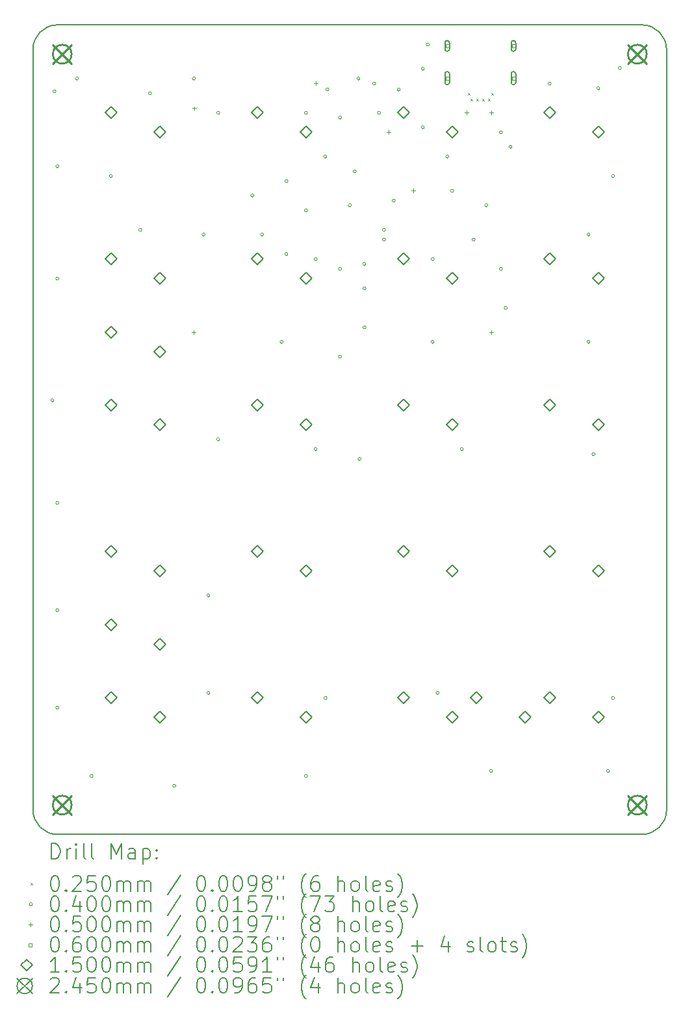
<source format=gbr>
%TF.GenerationSoftware,KiCad,Pcbnew,7.0.2*%
%TF.CreationDate,2023-08-22T20:03:16-07:00*%
%TF.ProjectId,4x5Macro-Numpad-USBC,3478354d-6163-4726-9f2d-4e756d706164,rev?*%
%TF.SameCoordinates,Original*%
%TF.FileFunction,Drillmap*%
%TF.FilePolarity,Positive*%
%FSLAX45Y45*%
G04 Gerber Fmt 4.5, Leading zero omitted, Abs format (unit mm)*
G04 Created by KiCad (PCBNEW 7.0.2) date 2023-08-22 20:03:16*
%MOMM*%
%LPD*%
G01*
G04 APERTURE LIST*
%ADD10C,0.150000*%
%ADD11C,0.200000*%
%ADD12C,0.025000*%
%ADD13C,0.040000*%
%ADD14C,0.050000*%
%ADD15C,0.060000*%
%ADD16C,0.245000*%
G04 APERTURE END LIST*
D10*
X19304000Y-3492500D02*
G75*
G03*
X18986500Y-3175000I-317500J0D01*
G01*
X11049000Y-13398500D02*
X11049000Y-3492500D01*
X11049000Y-13398500D02*
G75*
G03*
X11366500Y-13716000I317500J0D01*
G01*
X18986500Y-13716000D02*
G75*
G03*
X19304000Y-13398500I0J317500D01*
G01*
X19304000Y-3492500D02*
X19304000Y-13398500D01*
X18986500Y-13716000D02*
X11366500Y-13716000D01*
X11366500Y-3175000D02*
X18986500Y-3175000D01*
X11366500Y-3175000D02*
G75*
G03*
X11049000Y-3492500I0J-317500D01*
G01*
D11*
D12*
X16715940Y-4061660D02*
X16740940Y-4086660D01*
X16740940Y-4061660D02*
X16715940Y-4086660D01*
X16751500Y-4140400D02*
X16776500Y-4165400D01*
X16776500Y-4140400D02*
X16751500Y-4165400D01*
X16828300Y-4140400D02*
X16853300Y-4165400D01*
X16853300Y-4140400D02*
X16828300Y-4165400D01*
X16903300Y-4140400D02*
X16928300Y-4165400D01*
X16928300Y-4140400D02*
X16903300Y-4165400D01*
X16980100Y-4140400D02*
X17005100Y-4165400D01*
X17005100Y-4140400D02*
X16980100Y-4165400D01*
X17019150Y-4064957D02*
X17044150Y-4089957D01*
X17044150Y-4064957D02*
X17019150Y-4089957D01*
D13*
X11323000Y-8064500D02*
G75*
G03*
X11323000Y-8064500I-20000J0D01*
G01*
X11348400Y-4038600D02*
G75*
G03*
X11348400Y-4038600I-20000J0D01*
G01*
X11386500Y-5016500D02*
G75*
G03*
X11386500Y-5016500I-20000J0D01*
G01*
X11386500Y-6477000D02*
G75*
G03*
X11386500Y-6477000I-20000J0D01*
G01*
X11386500Y-9398000D02*
G75*
G03*
X11386500Y-9398000I-20000J0D01*
G01*
X11386500Y-10795000D02*
G75*
G03*
X11386500Y-10795000I-20000J0D01*
G01*
X11386500Y-12065000D02*
G75*
G03*
X11386500Y-12065000I-20000J0D01*
G01*
X11640500Y-3873500D02*
G75*
G03*
X11640500Y-3873500I-20000J0D01*
G01*
X11831000Y-12954000D02*
G75*
G03*
X11831000Y-12954000I-20000J0D01*
G01*
X12085000Y-5143500D02*
G75*
G03*
X12085000Y-5143500I-20000J0D01*
G01*
X12466000Y-5842000D02*
G75*
G03*
X12466000Y-5842000I-20000J0D01*
G01*
X12593000Y-4064000D02*
G75*
G03*
X12593000Y-4064000I-20000J0D01*
G01*
X12910500Y-13081000D02*
G75*
G03*
X12910500Y-13081000I-20000J0D01*
G01*
X13164500Y-3873500D02*
G75*
G03*
X13164500Y-3873500I-20000J0D01*
G01*
X13291500Y-5905500D02*
G75*
G03*
X13291500Y-5905500I-20000J0D01*
G01*
X13355000Y-10604500D02*
G75*
G03*
X13355000Y-10604500I-20000J0D01*
G01*
X13355000Y-11874500D02*
G75*
G03*
X13355000Y-11874500I-20000J0D01*
G01*
X13482000Y-4318000D02*
G75*
G03*
X13482000Y-4318000I-20000J0D01*
G01*
X13482000Y-8572500D02*
G75*
G03*
X13482000Y-8572500I-20000J0D01*
G01*
X13926500Y-5397500D02*
G75*
G03*
X13926500Y-5397500I-20000J0D01*
G01*
X14053500Y-5905500D02*
G75*
G03*
X14053500Y-5905500I-20000J0D01*
G01*
X14307500Y-7302500D02*
G75*
G03*
X14307500Y-7302500I-20000J0D01*
G01*
X14371000Y-5207000D02*
G75*
G03*
X14371000Y-5207000I-20000J0D01*
G01*
X14371000Y-6159500D02*
G75*
G03*
X14371000Y-6159500I-20000J0D01*
G01*
X14625000Y-4318000D02*
G75*
G03*
X14625000Y-4318000I-20000J0D01*
G01*
X14625000Y-5588000D02*
G75*
G03*
X14625000Y-5588000I-20000J0D01*
G01*
X14625000Y-12954000D02*
G75*
G03*
X14625000Y-12954000I-20000J0D01*
G01*
X14752000Y-6223000D02*
G75*
G03*
X14752000Y-6223000I-20000J0D01*
G01*
X14752000Y-8699500D02*
G75*
G03*
X14752000Y-8699500I-20000J0D01*
G01*
X14879000Y-4889500D02*
G75*
G03*
X14879000Y-4889500I-20000J0D01*
G01*
X14879000Y-11938000D02*
G75*
G03*
X14879000Y-11938000I-20000J0D01*
G01*
X14904400Y-4013200D02*
G75*
G03*
X14904400Y-4013200I-20000J0D01*
G01*
X15069500Y-4381500D02*
G75*
G03*
X15069500Y-4381500I-20000J0D01*
G01*
X15069500Y-6350000D02*
G75*
G03*
X15069500Y-6350000I-20000J0D01*
G01*
X15069500Y-7493000D02*
G75*
G03*
X15069500Y-7493000I-20000J0D01*
G01*
X15196500Y-5524500D02*
G75*
G03*
X15196500Y-5524500I-20000J0D01*
G01*
X15260000Y-5080000D02*
G75*
G03*
X15260000Y-5080000I-20000J0D01*
G01*
X15310800Y-3873500D02*
G75*
G03*
X15310800Y-3873500I-20000J0D01*
G01*
X15323500Y-8826500D02*
G75*
G03*
X15323500Y-8826500I-20000J0D01*
G01*
X15387000Y-6286500D02*
G75*
G03*
X15387000Y-6286500I-20000J0D01*
G01*
X15387000Y-6604000D02*
G75*
G03*
X15387000Y-6604000I-20000J0D01*
G01*
X15387000Y-7112000D02*
G75*
G03*
X15387000Y-7112000I-20000J0D01*
G01*
X15514000Y-3937000D02*
G75*
G03*
X15514000Y-3937000I-20000J0D01*
G01*
X15577500Y-4318000D02*
G75*
G03*
X15577500Y-4318000I-20000J0D01*
G01*
X15641000Y-5842000D02*
G75*
G03*
X15641000Y-5842000I-20000J0D01*
G01*
X15641000Y-5969000D02*
G75*
G03*
X15641000Y-5969000I-20000J0D01*
G01*
X15768000Y-5461000D02*
G75*
G03*
X15768000Y-5461000I-20000J0D01*
G01*
X15834040Y-4018280D02*
G75*
G03*
X15834040Y-4018280I-20000J0D01*
G01*
X16149000Y-3746500D02*
G75*
G03*
X16149000Y-3746500I-20000J0D01*
G01*
X16149000Y-4508500D02*
G75*
G03*
X16149000Y-4508500I-20000J0D01*
G01*
X16212500Y-3429000D02*
G75*
G03*
X16212500Y-3429000I-20000J0D01*
G01*
X16276000Y-6223000D02*
G75*
G03*
X16276000Y-6223000I-20000J0D01*
G01*
X16276000Y-7302500D02*
G75*
G03*
X16276000Y-7302500I-20000J0D01*
G01*
X16339500Y-11874500D02*
G75*
G03*
X16339500Y-11874500I-20000J0D01*
G01*
X16466500Y-4889500D02*
G75*
G03*
X16466500Y-4889500I-20000J0D01*
G01*
X16530000Y-5334000D02*
G75*
G03*
X16530000Y-5334000I-20000J0D01*
G01*
X16657000Y-8699500D02*
G75*
G03*
X16657000Y-8699500I-20000J0D01*
G01*
X16809400Y-5969000D02*
G75*
G03*
X16809400Y-5969000I-20000J0D01*
G01*
X16974500Y-5524500D02*
G75*
G03*
X16974500Y-5524500I-20000J0D01*
G01*
X17038000Y-12890500D02*
G75*
G03*
X17038000Y-12890500I-20000J0D01*
G01*
X17165000Y-4572000D02*
G75*
G03*
X17165000Y-4572000I-20000J0D01*
G01*
X17165000Y-6350000D02*
G75*
G03*
X17165000Y-6350000I-20000J0D01*
G01*
X17228500Y-6858000D02*
G75*
G03*
X17228500Y-6858000I-20000J0D01*
G01*
X17292000Y-4762500D02*
G75*
G03*
X17292000Y-4762500I-20000J0D01*
G01*
X17800000Y-3937000D02*
G75*
G03*
X17800000Y-3937000I-20000J0D01*
G01*
X18308000Y-5905500D02*
G75*
G03*
X18308000Y-5905500I-20000J0D01*
G01*
X18308000Y-7302500D02*
G75*
G03*
X18308000Y-7302500I-20000J0D01*
G01*
X18371500Y-8763000D02*
G75*
G03*
X18371500Y-8763000I-20000J0D01*
G01*
X18435000Y-4000500D02*
G75*
G03*
X18435000Y-4000500I-20000J0D01*
G01*
X18562000Y-12890500D02*
G75*
G03*
X18562000Y-12890500I-20000J0D01*
G01*
X18625500Y-5143500D02*
G75*
G03*
X18625500Y-5143500I-20000J0D01*
G01*
X18625500Y-11938000D02*
G75*
G03*
X18625500Y-11938000I-20000J0D01*
G01*
X18714400Y-3733800D02*
G75*
G03*
X18714400Y-3733800I-20000J0D01*
G01*
D14*
X13144500Y-7150500D02*
X13144500Y-7200500D01*
X13119500Y-7175500D02*
X13169500Y-7175500D01*
X13150219Y-4235219D02*
X13150219Y-4285219D01*
X13125219Y-4260219D02*
X13175219Y-4260219D01*
X14732000Y-3912000D02*
X14732000Y-3962000D01*
X14707000Y-3937000D02*
X14757000Y-3937000D01*
X15684500Y-4547000D02*
X15684500Y-4597000D01*
X15659500Y-4572000D02*
X15709500Y-4572000D01*
X16002000Y-5309000D02*
X16002000Y-5359000D01*
X15977000Y-5334000D02*
X16027000Y-5334000D01*
X16700500Y-4293000D02*
X16700500Y-4343000D01*
X16675500Y-4318000D02*
X16725500Y-4318000D01*
X17018000Y-4293000D02*
X17018000Y-4343000D01*
X16993000Y-4318000D02*
X17043000Y-4318000D01*
X17018000Y-7150500D02*
X17018000Y-7200500D01*
X16993000Y-7175500D02*
X17043000Y-7175500D01*
D15*
X16466213Y-3469713D02*
X16466213Y-3427287D01*
X16423787Y-3427287D01*
X16423787Y-3469713D01*
X16466213Y-3469713D01*
D11*
X16475000Y-3488500D02*
X16475000Y-3408500D01*
X16475000Y-3408500D02*
G75*
G03*
X16415000Y-3408500I-30000J0D01*
G01*
X16415000Y-3408500D02*
X16415000Y-3488500D01*
X16415000Y-3488500D02*
G75*
G03*
X16475000Y-3488500I30000J0D01*
G01*
D15*
X16466213Y-3889713D02*
X16466213Y-3847287D01*
X16423787Y-3847287D01*
X16423787Y-3889713D01*
X16466213Y-3889713D01*
D11*
X16475000Y-3923500D02*
X16475000Y-3813500D01*
X16475000Y-3813500D02*
G75*
G03*
X16415000Y-3813500I-30000J0D01*
G01*
X16415000Y-3813500D02*
X16415000Y-3923500D01*
X16415000Y-3923500D02*
G75*
G03*
X16475000Y-3923500I30000J0D01*
G01*
D15*
X17330213Y-3469713D02*
X17330213Y-3427287D01*
X17287787Y-3427287D01*
X17287787Y-3469713D01*
X17330213Y-3469713D01*
D11*
X17339000Y-3488500D02*
X17339000Y-3408500D01*
X17339000Y-3408500D02*
G75*
G03*
X17279000Y-3408500I-30000J0D01*
G01*
X17279000Y-3408500D02*
X17279000Y-3488500D01*
X17279000Y-3488500D02*
G75*
G03*
X17339000Y-3488500I30000J0D01*
G01*
D15*
X17330213Y-3889713D02*
X17330213Y-3847287D01*
X17287787Y-3847287D01*
X17287787Y-3889713D01*
X17330213Y-3889713D01*
D11*
X17339000Y-3923500D02*
X17339000Y-3813500D01*
X17339000Y-3813500D02*
G75*
G03*
X17279000Y-3813500I-30000J0D01*
G01*
X17279000Y-3813500D02*
X17279000Y-3923500D01*
X17279000Y-3923500D02*
G75*
G03*
X17339000Y-3923500I30000J0D01*
G01*
D10*
X12065000Y-4393000D02*
X12140000Y-4318000D01*
X12065000Y-4243000D01*
X11990000Y-4318000D01*
X12065000Y-4393000D01*
X12065000Y-6298000D02*
X12140000Y-6223000D01*
X12065000Y-6148000D01*
X11990000Y-6223000D01*
X12065000Y-6298000D01*
X12065000Y-7250500D02*
X12140000Y-7175500D01*
X12065000Y-7100500D01*
X11990000Y-7175500D01*
X12065000Y-7250500D01*
X12065000Y-8203000D02*
X12140000Y-8128000D01*
X12065000Y-8053000D01*
X11990000Y-8128000D01*
X12065000Y-8203000D01*
X12065000Y-10108000D02*
X12140000Y-10033000D01*
X12065000Y-9958000D01*
X11990000Y-10033000D01*
X12065000Y-10108000D01*
X12065000Y-11060500D02*
X12140000Y-10985500D01*
X12065000Y-10910500D01*
X11990000Y-10985500D01*
X12065000Y-11060500D01*
X12065000Y-12013000D02*
X12140000Y-11938000D01*
X12065000Y-11863000D01*
X11990000Y-11938000D01*
X12065000Y-12013000D01*
X12700000Y-4647000D02*
X12775000Y-4572000D01*
X12700000Y-4497000D01*
X12625000Y-4572000D01*
X12700000Y-4647000D01*
X12700000Y-6552000D02*
X12775000Y-6477000D01*
X12700000Y-6402000D01*
X12625000Y-6477000D01*
X12700000Y-6552000D01*
X12700000Y-7504500D02*
X12775000Y-7429500D01*
X12700000Y-7354500D01*
X12625000Y-7429500D01*
X12700000Y-7504500D01*
X12700000Y-8457000D02*
X12775000Y-8382000D01*
X12700000Y-8307000D01*
X12625000Y-8382000D01*
X12700000Y-8457000D01*
X12700000Y-10362000D02*
X12775000Y-10287000D01*
X12700000Y-10212000D01*
X12625000Y-10287000D01*
X12700000Y-10362000D01*
X12700000Y-11314500D02*
X12775000Y-11239500D01*
X12700000Y-11164500D01*
X12625000Y-11239500D01*
X12700000Y-11314500D01*
X12700000Y-12267000D02*
X12775000Y-12192000D01*
X12700000Y-12117000D01*
X12625000Y-12192000D01*
X12700000Y-12267000D01*
X13970000Y-4393000D02*
X14045000Y-4318000D01*
X13970000Y-4243000D01*
X13895000Y-4318000D01*
X13970000Y-4393000D01*
X13970000Y-6298000D02*
X14045000Y-6223000D01*
X13970000Y-6148000D01*
X13895000Y-6223000D01*
X13970000Y-6298000D01*
X13970000Y-8203000D02*
X14045000Y-8128000D01*
X13970000Y-8053000D01*
X13895000Y-8128000D01*
X13970000Y-8203000D01*
X13970000Y-10108000D02*
X14045000Y-10033000D01*
X13970000Y-9958000D01*
X13895000Y-10033000D01*
X13970000Y-10108000D01*
X13970000Y-12013000D02*
X14045000Y-11938000D01*
X13970000Y-11863000D01*
X13895000Y-11938000D01*
X13970000Y-12013000D01*
X14605000Y-4647000D02*
X14680000Y-4572000D01*
X14605000Y-4497000D01*
X14530000Y-4572000D01*
X14605000Y-4647000D01*
X14605000Y-6552000D02*
X14680000Y-6477000D01*
X14605000Y-6402000D01*
X14530000Y-6477000D01*
X14605000Y-6552000D01*
X14605000Y-8457000D02*
X14680000Y-8382000D01*
X14605000Y-8307000D01*
X14530000Y-8382000D01*
X14605000Y-8457000D01*
X14605000Y-10362000D02*
X14680000Y-10287000D01*
X14605000Y-10212000D01*
X14530000Y-10287000D01*
X14605000Y-10362000D01*
X14605000Y-12267000D02*
X14680000Y-12192000D01*
X14605000Y-12117000D01*
X14530000Y-12192000D01*
X14605000Y-12267000D01*
X15875000Y-4393000D02*
X15950000Y-4318000D01*
X15875000Y-4243000D01*
X15800000Y-4318000D01*
X15875000Y-4393000D01*
X15875000Y-6298000D02*
X15950000Y-6223000D01*
X15875000Y-6148000D01*
X15800000Y-6223000D01*
X15875000Y-6298000D01*
X15875000Y-8203000D02*
X15950000Y-8128000D01*
X15875000Y-8053000D01*
X15800000Y-8128000D01*
X15875000Y-8203000D01*
X15875000Y-10108000D02*
X15950000Y-10033000D01*
X15875000Y-9958000D01*
X15800000Y-10033000D01*
X15875000Y-10108000D01*
X15875000Y-12013000D02*
X15950000Y-11938000D01*
X15875000Y-11863000D01*
X15800000Y-11938000D01*
X15875000Y-12013000D01*
X16510000Y-4647000D02*
X16585000Y-4572000D01*
X16510000Y-4497000D01*
X16435000Y-4572000D01*
X16510000Y-4647000D01*
X16510000Y-6552000D02*
X16585000Y-6477000D01*
X16510000Y-6402000D01*
X16435000Y-6477000D01*
X16510000Y-6552000D01*
X16510000Y-8457000D02*
X16585000Y-8382000D01*
X16510000Y-8307000D01*
X16435000Y-8382000D01*
X16510000Y-8457000D01*
X16510000Y-10362000D02*
X16585000Y-10287000D01*
X16510000Y-10212000D01*
X16435000Y-10287000D01*
X16510000Y-10362000D01*
X16510000Y-12267000D02*
X16585000Y-12192000D01*
X16510000Y-12117000D01*
X16435000Y-12192000D01*
X16510000Y-12267000D01*
X16827500Y-12013000D02*
X16902500Y-11938000D01*
X16827500Y-11863000D01*
X16752500Y-11938000D01*
X16827500Y-12013000D01*
X17462500Y-12267000D02*
X17537500Y-12192000D01*
X17462500Y-12117000D01*
X17387500Y-12192000D01*
X17462500Y-12267000D01*
X17780000Y-4393000D02*
X17855000Y-4318000D01*
X17780000Y-4243000D01*
X17705000Y-4318000D01*
X17780000Y-4393000D01*
X17780000Y-6298000D02*
X17855000Y-6223000D01*
X17780000Y-6148000D01*
X17705000Y-6223000D01*
X17780000Y-6298000D01*
X17780000Y-8203000D02*
X17855000Y-8128000D01*
X17780000Y-8053000D01*
X17705000Y-8128000D01*
X17780000Y-8203000D01*
X17780000Y-10108000D02*
X17855000Y-10033000D01*
X17780000Y-9958000D01*
X17705000Y-10033000D01*
X17780000Y-10108000D01*
X17780000Y-12013000D02*
X17855000Y-11938000D01*
X17780000Y-11863000D01*
X17705000Y-11938000D01*
X17780000Y-12013000D01*
X18415000Y-4647000D02*
X18490000Y-4572000D01*
X18415000Y-4497000D01*
X18340000Y-4572000D01*
X18415000Y-4647000D01*
X18415000Y-6552000D02*
X18490000Y-6477000D01*
X18415000Y-6402000D01*
X18340000Y-6477000D01*
X18415000Y-6552000D01*
X18415000Y-8457000D02*
X18490000Y-8382000D01*
X18415000Y-8307000D01*
X18340000Y-8382000D01*
X18415000Y-8457000D01*
X18415000Y-10362000D02*
X18490000Y-10287000D01*
X18415000Y-10212000D01*
X18340000Y-10287000D01*
X18415000Y-10362000D01*
X18415000Y-12267000D02*
X18490000Y-12192000D01*
X18415000Y-12117000D01*
X18340000Y-12192000D01*
X18415000Y-12267000D01*
D16*
X11307500Y-3433500D02*
X11552500Y-3678500D01*
X11552500Y-3433500D02*
X11307500Y-3678500D01*
X11552500Y-3556000D02*
G75*
G03*
X11552500Y-3556000I-122500J0D01*
G01*
X11307500Y-13212500D02*
X11552500Y-13457500D01*
X11552500Y-13212500D02*
X11307500Y-13457500D01*
X11552500Y-13335000D02*
G75*
G03*
X11552500Y-13335000I-122500J0D01*
G01*
X18800500Y-3433500D02*
X19045500Y-3678500D01*
X19045500Y-3433500D02*
X18800500Y-3678500D01*
X19045500Y-3556000D02*
G75*
G03*
X19045500Y-3556000I-122500J0D01*
G01*
X18800500Y-13212500D02*
X19045500Y-13457500D01*
X19045500Y-13212500D02*
X18800500Y-13457500D01*
X19045500Y-13335000D02*
G75*
G03*
X19045500Y-13335000I-122500J0D01*
G01*
D11*
X11289119Y-14036024D02*
X11289119Y-13836024D01*
X11289119Y-13836024D02*
X11336738Y-13836024D01*
X11336738Y-13836024D02*
X11365309Y-13845548D01*
X11365309Y-13845548D02*
X11384357Y-13864595D01*
X11384357Y-13864595D02*
X11393881Y-13883643D01*
X11393881Y-13883643D02*
X11403405Y-13921738D01*
X11403405Y-13921738D02*
X11403405Y-13950309D01*
X11403405Y-13950309D02*
X11393881Y-13988405D01*
X11393881Y-13988405D02*
X11384357Y-14007452D01*
X11384357Y-14007452D02*
X11365309Y-14026500D01*
X11365309Y-14026500D02*
X11336738Y-14036024D01*
X11336738Y-14036024D02*
X11289119Y-14036024D01*
X11489119Y-14036024D02*
X11489119Y-13902690D01*
X11489119Y-13940786D02*
X11498643Y-13921738D01*
X11498643Y-13921738D02*
X11508167Y-13912214D01*
X11508167Y-13912214D02*
X11527214Y-13902690D01*
X11527214Y-13902690D02*
X11546262Y-13902690D01*
X11612928Y-14036024D02*
X11612928Y-13902690D01*
X11612928Y-13836024D02*
X11603405Y-13845548D01*
X11603405Y-13845548D02*
X11612928Y-13855071D01*
X11612928Y-13855071D02*
X11622452Y-13845548D01*
X11622452Y-13845548D02*
X11612928Y-13836024D01*
X11612928Y-13836024D02*
X11612928Y-13855071D01*
X11736738Y-14036024D02*
X11717690Y-14026500D01*
X11717690Y-14026500D02*
X11708167Y-14007452D01*
X11708167Y-14007452D02*
X11708167Y-13836024D01*
X11841500Y-14036024D02*
X11822452Y-14026500D01*
X11822452Y-14026500D02*
X11812928Y-14007452D01*
X11812928Y-14007452D02*
X11812928Y-13836024D01*
X12070071Y-14036024D02*
X12070071Y-13836024D01*
X12070071Y-13836024D02*
X12136738Y-13978881D01*
X12136738Y-13978881D02*
X12203405Y-13836024D01*
X12203405Y-13836024D02*
X12203405Y-14036024D01*
X12384357Y-14036024D02*
X12384357Y-13931262D01*
X12384357Y-13931262D02*
X12374833Y-13912214D01*
X12374833Y-13912214D02*
X12355786Y-13902690D01*
X12355786Y-13902690D02*
X12317690Y-13902690D01*
X12317690Y-13902690D02*
X12298643Y-13912214D01*
X12384357Y-14026500D02*
X12365309Y-14036024D01*
X12365309Y-14036024D02*
X12317690Y-14036024D01*
X12317690Y-14036024D02*
X12298643Y-14026500D01*
X12298643Y-14026500D02*
X12289119Y-14007452D01*
X12289119Y-14007452D02*
X12289119Y-13988405D01*
X12289119Y-13988405D02*
X12298643Y-13969357D01*
X12298643Y-13969357D02*
X12317690Y-13959833D01*
X12317690Y-13959833D02*
X12365309Y-13959833D01*
X12365309Y-13959833D02*
X12384357Y-13950309D01*
X12479595Y-13902690D02*
X12479595Y-14102690D01*
X12479595Y-13912214D02*
X12498643Y-13902690D01*
X12498643Y-13902690D02*
X12536738Y-13902690D01*
X12536738Y-13902690D02*
X12555786Y-13912214D01*
X12555786Y-13912214D02*
X12565309Y-13921738D01*
X12565309Y-13921738D02*
X12574833Y-13940786D01*
X12574833Y-13940786D02*
X12574833Y-13997928D01*
X12574833Y-13997928D02*
X12565309Y-14016976D01*
X12565309Y-14016976D02*
X12555786Y-14026500D01*
X12555786Y-14026500D02*
X12536738Y-14036024D01*
X12536738Y-14036024D02*
X12498643Y-14036024D01*
X12498643Y-14036024D02*
X12479595Y-14026500D01*
X12660548Y-14016976D02*
X12670071Y-14026500D01*
X12670071Y-14026500D02*
X12660548Y-14036024D01*
X12660548Y-14036024D02*
X12651024Y-14026500D01*
X12651024Y-14026500D02*
X12660548Y-14016976D01*
X12660548Y-14016976D02*
X12660548Y-14036024D01*
X12660548Y-13912214D02*
X12670071Y-13921738D01*
X12670071Y-13921738D02*
X12660548Y-13931262D01*
X12660548Y-13931262D02*
X12651024Y-13921738D01*
X12651024Y-13921738D02*
X12660548Y-13912214D01*
X12660548Y-13912214D02*
X12660548Y-13931262D01*
D12*
X11016500Y-14351000D02*
X11041500Y-14376000D01*
X11041500Y-14351000D02*
X11016500Y-14376000D01*
D11*
X11327214Y-14256024D02*
X11346262Y-14256024D01*
X11346262Y-14256024D02*
X11365309Y-14265548D01*
X11365309Y-14265548D02*
X11374833Y-14275071D01*
X11374833Y-14275071D02*
X11384357Y-14294119D01*
X11384357Y-14294119D02*
X11393881Y-14332214D01*
X11393881Y-14332214D02*
X11393881Y-14379833D01*
X11393881Y-14379833D02*
X11384357Y-14417928D01*
X11384357Y-14417928D02*
X11374833Y-14436976D01*
X11374833Y-14436976D02*
X11365309Y-14446500D01*
X11365309Y-14446500D02*
X11346262Y-14456024D01*
X11346262Y-14456024D02*
X11327214Y-14456024D01*
X11327214Y-14456024D02*
X11308167Y-14446500D01*
X11308167Y-14446500D02*
X11298643Y-14436976D01*
X11298643Y-14436976D02*
X11289119Y-14417928D01*
X11289119Y-14417928D02*
X11279595Y-14379833D01*
X11279595Y-14379833D02*
X11279595Y-14332214D01*
X11279595Y-14332214D02*
X11289119Y-14294119D01*
X11289119Y-14294119D02*
X11298643Y-14275071D01*
X11298643Y-14275071D02*
X11308167Y-14265548D01*
X11308167Y-14265548D02*
X11327214Y-14256024D01*
X11479595Y-14436976D02*
X11489119Y-14446500D01*
X11489119Y-14446500D02*
X11479595Y-14456024D01*
X11479595Y-14456024D02*
X11470071Y-14446500D01*
X11470071Y-14446500D02*
X11479595Y-14436976D01*
X11479595Y-14436976D02*
X11479595Y-14456024D01*
X11565309Y-14275071D02*
X11574833Y-14265548D01*
X11574833Y-14265548D02*
X11593881Y-14256024D01*
X11593881Y-14256024D02*
X11641500Y-14256024D01*
X11641500Y-14256024D02*
X11660548Y-14265548D01*
X11660548Y-14265548D02*
X11670071Y-14275071D01*
X11670071Y-14275071D02*
X11679595Y-14294119D01*
X11679595Y-14294119D02*
X11679595Y-14313167D01*
X11679595Y-14313167D02*
X11670071Y-14341738D01*
X11670071Y-14341738D02*
X11555786Y-14456024D01*
X11555786Y-14456024D02*
X11679595Y-14456024D01*
X11860548Y-14256024D02*
X11765309Y-14256024D01*
X11765309Y-14256024D02*
X11755786Y-14351262D01*
X11755786Y-14351262D02*
X11765309Y-14341738D01*
X11765309Y-14341738D02*
X11784357Y-14332214D01*
X11784357Y-14332214D02*
X11831976Y-14332214D01*
X11831976Y-14332214D02*
X11851024Y-14341738D01*
X11851024Y-14341738D02*
X11860548Y-14351262D01*
X11860548Y-14351262D02*
X11870071Y-14370309D01*
X11870071Y-14370309D02*
X11870071Y-14417928D01*
X11870071Y-14417928D02*
X11860548Y-14436976D01*
X11860548Y-14436976D02*
X11851024Y-14446500D01*
X11851024Y-14446500D02*
X11831976Y-14456024D01*
X11831976Y-14456024D02*
X11784357Y-14456024D01*
X11784357Y-14456024D02*
X11765309Y-14446500D01*
X11765309Y-14446500D02*
X11755786Y-14436976D01*
X11993881Y-14256024D02*
X12012929Y-14256024D01*
X12012929Y-14256024D02*
X12031976Y-14265548D01*
X12031976Y-14265548D02*
X12041500Y-14275071D01*
X12041500Y-14275071D02*
X12051024Y-14294119D01*
X12051024Y-14294119D02*
X12060548Y-14332214D01*
X12060548Y-14332214D02*
X12060548Y-14379833D01*
X12060548Y-14379833D02*
X12051024Y-14417928D01*
X12051024Y-14417928D02*
X12041500Y-14436976D01*
X12041500Y-14436976D02*
X12031976Y-14446500D01*
X12031976Y-14446500D02*
X12012929Y-14456024D01*
X12012929Y-14456024D02*
X11993881Y-14456024D01*
X11993881Y-14456024D02*
X11974833Y-14446500D01*
X11974833Y-14446500D02*
X11965309Y-14436976D01*
X11965309Y-14436976D02*
X11955786Y-14417928D01*
X11955786Y-14417928D02*
X11946262Y-14379833D01*
X11946262Y-14379833D02*
X11946262Y-14332214D01*
X11946262Y-14332214D02*
X11955786Y-14294119D01*
X11955786Y-14294119D02*
X11965309Y-14275071D01*
X11965309Y-14275071D02*
X11974833Y-14265548D01*
X11974833Y-14265548D02*
X11993881Y-14256024D01*
X12146262Y-14456024D02*
X12146262Y-14322690D01*
X12146262Y-14341738D02*
X12155786Y-14332214D01*
X12155786Y-14332214D02*
X12174833Y-14322690D01*
X12174833Y-14322690D02*
X12203405Y-14322690D01*
X12203405Y-14322690D02*
X12222452Y-14332214D01*
X12222452Y-14332214D02*
X12231976Y-14351262D01*
X12231976Y-14351262D02*
X12231976Y-14456024D01*
X12231976Y-14351262D02*
X12241500Y-14332214D01*
X12241500Y-14332214D02*
X12260548Y-14322690D01*
X12260548Y-14322690D02*
X12289119Y-14322690D01*
X12289119Y-14322690D02*
X12308167Y-14332214D01*
X12308167Y-14332214D02*
X12317690Y-14351262D01*
X12317690Y-14351262D02*
X12317690Y-14456024D01*
X12412929Y-14456024D02*
X12412929Y-14322690D01*
X12412929Y-14341738D02*
X12422452Y-14332214D01*
X12422452Y-14332214D02*
X12441500Y-14322690D01*
X12441500Y-14322690D02*
X12470071Y-14322690D01*
X12470071Y-14322690D02*
X12489119Y-14332214D01*
X12489119Y-14332214D02*
X12498643Y-14351262D01*
X12498643Y-14351262D02*
X12498643Y-14456024D01*
X12498643Y-14351262D02*
X12508167Y-14332214D01*
X12508167Y-14332214D02*
X12527214Y-14322690D01*
X12527214Y-14322690D02*
X12555786Y-14322690D01*
X12555786Y-14322690D02*
X12574833Y-14332214D01*
X12574833Y-14332214D02*
X12584357Y-14351262D01*
X12584357Y-14351262D02*
X12584357Y-14456024D01*
X12974833Y-14246500D02*
X12803405Y-14503643D01*
X13231976Y-14256024D02*
X13251024Y-14256024D01*
X13251024Y-14256024D02*
X13270072Y-14265548D01*
X13270072Y-14265548D02*
X13279595Y-14275071D01*
X13279595Y-14275071D02*
X13289119Y-14294119D01*
X13289119Y-14294119D02*
X13298643Y-14332214D01*
X13298643Y-14332214D02*
X13298643Y-14379833D01*
X13298643Y-14379833D02*
X13289119Y-14417928D01*
X13289119Y-14417928D02*
X13279595Y-14436976D01*
X13279595Y-14436976D02*
X13270072Y-14446500D01*
X13270072Y-14446500D02*
X13251024Y-14456024D01*
X13251024Y-14456024D02*
X13231976Y-14456024D01*
X13231976Y-14456024D02*
X13212929Y-14446500D01*
X13212929Y-14446500D02*
X13203405Y-14436976D01*
X13203405Y-14436976D02*
X13193881Y-14417928D01*
X13193881Y-14417928D02*
X13184357Y-14379833D01*
X13184357Y-14379833D02*
X13184357Y-14332214D01*
X13184357Y-14332214D02*
X13193881Y-14294119D01*
X13193881Y-14294119D02*
X13203405Y-14275071D01*
X13203405Y-14275071D02*
X13212929Y-14265548D01*
X13212929Y-14265548D02*
X13231976Y-14256024D01*
X13384357Y-14436976D02*
X13393881Y-14446500D01*
X13393881Y-14446500D02*
X13384357Y-14456024D01*
X13384357Y-14456024D02*
X13374833Y-14446500D01*
X13374833Y-14446500D02*
X13384357Y-14436976D01*
X13384357Y-14436976D02*
X13384357Y-14456024D01*
X13517691Y-14256024D02*
X13536738Y-14256024D01*
X13536738Y-14256024D02*
X13555786Y-14265548D01*
X13555786Y-14265548D02*
X13565310Y-14275071D01*
X13565310Y-14275071D02*
X13574833Y-14294119D01*
X13574833Y-14294119D02*
X13584357Y-14332214D01*
X13584357Y-14332214D02*
X13584357Y-14379833D01*
X13584357Y-14379833D02*
X13574833Y-14417928D01*
X13574833Y-14417928D02*
X13565310Y-14436976D01*
X13565310Y-14436976D02*
X13555786Y-14446500D01*
X13555786Y-14446500D02*
X13536738Y-14456024D01*
X13536738Y-14456024D02*
X13517691Y-14456024D01*
X13517691Y-14456024D02*
X13498643Y-14446500D01*
X13498643Y-14446500D02*
X13489119Y-14436976D01*
X13489119Y-14436976D02*
X13479595Y-14417928D01*
X13479595Y-14417928D02*
X13470072Y-14379833D01*
X13470072Y-14379833D02*
X13470072Y-14332214D01*
X13470072Y-14332214D02*
X13479595Y-14294119D01*
X13479595Y-14294119D02*
X13489119Y-14275071D01*
X13489119Y-14275071D02*
X13498643Y-14265548D01*
X13498643Y-14265548D02*
X13517691Y-14256024D01*
X13708167Y-14256024D02*
X13727214Y-14256024D01*
X13727214Y-14256024D02*
X13746262Y-14265548D01*
X13746262Y-14265548D02*
X13755786Y-14275071D01*
X13755786Y-14275071D02*
X13765310Y-14294119D01*
X13765310Y-14294119D02*
X13774833Y-14332214D01*
X13774833Y-14332214D02*
X13774833Y-14379833D01*
X13774833Y-14379833D02*
X13765310Y-14417928D01*
X13765310Y-14417928D02*
X13755786Y-14436976D01*
X13755786Y-14436976D02*
X13746262Y-14446500D01*
X13746262Y-14446500D02*
X13727214Y-14456024D01*
X13727214Y-14456024D02*
X13708167Y-14456024D01*
X13708167Y-14456024D02*
X13689119Y-14446500D01*
X13689119Y-14446500D02*
X13679595Y-14436976D01*
X13679595Y-14436976D02*
X13670072Y-14417928D01*
X13670072Y-14417928D02*
X13660548Y-14379833D01*
X13660548Y-14379833D02*
X13660548Y-14332214D01*
X13660548Y-14332214D02*
X13670072Y-14294119D01*
X13670072Y-14294119D02*
X13679595Y-14275071D01*
X13679595Y-14275071D02*
X13689119Y-14265548D01*
X13689119Y-14265548D02*
X13708167Y-14256024D01*
X13870072Y-14456024D02*
X13908167Y-14456024D01*
X13908167Y-14456024D02*
X13927214Y-14446500D01*
X13927214Y-14446500D02*
X13936738Y-14436976D01*
X13936738Y-14436976D02*
X13955786Y-14408405D01*
X13955786Y-14408405D02*
X13965310Y-14370309D01*
X13965310Y-14370309D02*
X13965310Y-14294119D01*
X13965310Y-14294119D02*
X13955786Y-14275071D01*
X13955786Y-14275071D02*
X13946262Y-14265548D01*
X13946262Y-14265548D02*
X13927214Y-14256024D01*
X13927214Y-14256024D02*
X13889119Y-14256024D01*
X13889119Y-14256024D02*
X13870072Y-14265548D01*
X13870072Y-14265548D02*
X13860548Y-14275071D01*
X13860548Y-14275071D02*
X13851024Y-14294119D01*
X13851024Y-14294119D02*
X13851024Y-14341738D01*
X13851024Y-14341738D02*
X13860548Y-14360786D01*
X13860548Y-14360786D02*
X13870072Y-14370309D01*
X13870072Y-14370309D02*
X13889119Y-14379833D01*
X13889119Y-14379833D02*
X13927214Y-14379833D01*
X13927214Y-14379833D02*
X13946262Y-14370309D01*
X13946262Y-14370309D02*
X13955786Y-14360786D01*
X13955786Y-14360786D02*
X13965310Y-14341738D01*
X14079595Y-14341738D02*
X14060548Y-14332214D01*
X14060548Y-14332214D02*
X14051024Y-14322690D01*
X14051024Y-14322690D02*
X14041500Y-14303643D01*
X14041500Y-14303643D02*
X14041500Y-14294119D01*
X14041500Y-14294119D02*
X14051024Y-14275071D01*
X14051024Y-14275071D02*
X14060548Y-14265548D01*
X14060548Y-14265548D02*
X14079595Y-14256024D01*
X14079595Y-14256024D02*
X14117691Y-14256024D01*
X14117691Y-14256024D02*
X14136738Y-14265548D01*
X14136738Y-14265548D02*
X14146262Y-14275071D01*
X14146262Y-14275071D02*
X14155786Y-14294119D01*
X14155786Y-14294119D02*
X14155786Y-14303643D01*
X14155786Y-14303643D02*
X14146262Y-14322690D01*
X14146262Y-14322690D02*
X14136738Y-14332214D01*
X14136738Y-14332214D02*
X14117691Y-14341738D01*
X14117691Y-14341738D02*
X14079595Y-14341738D01*
X14079595Y-14341738D02*
X14060548Y-14351262D01*
X14060548Y-14351262D02*
X14051024Y-14360786D01*
X14051024Y-14360786D02*
X14041500Y-14379833D01*
X14041500Y-14379833D02*
X14041500Y-14417928D01*
X14041500Y-14417928D02*
X14051024Y-14436976D01*
X14051024Y-14436976D02*
X14060548Y-14446500D01*
X14060548Y-14446500D02*
X14079595Y-14456024D01*
X14079595Y-14456024D02*
X14117691Y-14456024D01*
X14117691Y-14456024D02*
X14136738Y-14446500D01*
X14136738Y-14446500D02*
X14146262Y-14436976D01*
X14146262Y-14436976D02*
X14155786Y-14417928D01*
X14155786Y-14417928D02*
X14155786Y-14379833D01*
X14155786Y-14379833D02*
X14146262Y-14360786D01*
X14146262Y-14360786D02*
X14136738Y-14351262D01*
X14136738Y-14351262D02*
X14117691Y-14341738D01*
X14231976Y-14256024D02*
X14231976Y-14294119D01*
X14308167Y-14256024D02*
X14308167Y-14294119D01*
X14603405Y-14532214D02*
X14593881Y-14522690D01*
X14593881Y-14522690D02*
X14574834Y-14494119D01*
X14574834Y-14494119D02*
X14565310Y-14475071D01*
X14565310Y-14475071D02*
X14555786Y-14446500D01*
X14555786Y-14446500D02*
X14546262Y-14398881D01*
X14546262Y-14398881D02*
X14546262Y-14360786D01*
X14546262Y-14360786D02*
X14555786Y-14313167D01*
X14555786Y-14313167D02*
X14565310Y-14284595D01*
X14565310Y-14284595D02*
X14574834Y-14265548D01*
X14574834Y-14265548D02*
X14593881Y-14236976D01*
X14593881Y-14236976D02*
X14603405Y-14227452D01*
X14765310Y-14256024D02*
X14727214Y-14256024D01*
X14727214Y-14256024D02*
X14708167Y-14265548D01*
X14708167Y-14265548D02*
X14698643Y-14275071D01*
X14698643Y-14275071D02*
X14679595Y-14303643D01*
X14679595Y-14303643D02*
X14670072Y-14341738D01*
X14670072Y-14341738D02*
X14670072Y-14417928D01*
X14670072Y-14417928D02*
X14679595Y-14436976D01*
X14679595Y-14436976D02*
X14689119Y-14446500D01*
X14689119Y-14446500D02*
X14708167Y-14456024D01*
X14708167Y-14456024D02*
X14746262Y-14456024D01*
X14746262Y-14456024D02*
X14765310Y-14446500D01*
X14765310Y-14446500D02*
X14774834Y-14436976D01*
X14774834Y-14436976D02*
X14784357Y-14417928D01*
X14784357Y-14417928D02*
X14784357Y-14370309D01*
X14784357Y-14370309D02*
X14774834Y-14351262D01*
X14774834Y-14351262D02*
X14765310Y-14341738D01*
X14765310Y-14341738D02*
X14746262Y-14332214D01*
X14746262Y-14332214D02*
X14708167Y-14332214D01*
X14708167Y-14332214D02*
X14689119Y-14341738D01*
X14689119Y-14341738D02*
X14679595Y-14351262D01*
X14679595Y-14351262D02*
X14670072Y-14370309D01*
X15022453Y-14456024D02*
X15022453Y-14256024D01*
X15108167Y-14456024D02*
X15108167Y-14351262D01*
X15108167Y-14351262D02*
X15098643Y-14332214D01*
X15098643Y-14332214D02*
X15079596Y-14322690D01*
X15079596Y-14322690D02*
X15051024Y-14322690D01*
X15051024Y-14322690D02*
X15031976Y-14332214D01*
X15031976Y-14332214D02*
X15022453Y-14341738D01*
X15231976Y-14456024D02*
X15212929Y-14446500D01*
X15212929Y-14446500D02*
X15203405Y-14436976D01*
X15203405Y-14436976D02*
X15193881Y-14417928D01*
X15193881Y-14417928D02*
X15193881Y-14360786D01*
X15193881Y-14360786D02*
X15203405Y-14341738D01*
X15203405Y-14341738D02*
X15212929Y-14332214D01*
X15212929Y-14332214D02*
X15231976Y-14322690D01*
X15231976Y-14322690D02*
X15260548Y-14322690D01*
X15260548Y-14322690D02*
X15279596Y-14332214D01*
X15279596Y-14332214D02*
X15289119Y-14341738D01*
X15289119Y-14341738D02*
X15298643Y-14360786D01*
X15298643Y-14360786D02*
X15298643Y-14417928D01*
X15298643Y-14417928D02*
X15289119Y-14436976D01*
X15289119Y-14436976D02*
X15279596Y-14446500D01*
X15279596Y-14446500D02*
X15260548Y-14456024D01*
X15260548Y-14456024D02*
X15231976Y-14456024D01*
X15412929Y-14456024D02*
X15393881Y-14446500D01*
X15393881Y-14446500D02*
X15384357Y-14427452D01*
X15384357Y-14427452D02*
X15384357Y-14256024D01*
X15565310Y-14446500D02*
X15546262Y-14456024D01*
X15546262Y-14456024D02*
X15508167Y-14456024D01*
X15508167Y-14456024D02*
X15489119Y-14446500D01*
X15489119Y-14446500D02*
X15479596Y-14427452D01*
X15479596Y-14427452D02*
X15479596Y-14351262D01*
X15479596Y-14351262D02*
X15489119Y-14332214D01*
X15489119Y-14332214D02*
X15508167Y-14322690D01*
X15508167Y-14322690D02*
X15546262Y-14322690D01*
X15546262Y-14322690D02*
X15565310Y-14332214D01*
X15565310Y-14332214D02*
X15574834Y-14351262D01*
X15574834Y-14351262D02*
X15574834Y-14370309D01*
X15574834Y-14370309D02*
X15479596Y-14389357D01*
X15651024Y-14446500D02*
X15670072Y-14456024D01*
X15670072Y-14456024D02*
X15708167Y-14456024D01*
X15708167Y-14456024D02*
X15727215Y-14446500D01*
X15727215Y-14446500D02*
X15736738Y-14427452D01*
X15736738Y-14427452D02*
X15736738Y-14417928D01*
X15736738Y-14417928D02*
X15727215Y-14398881D01*
X15727215Y-14398881D02*
X15708167Y-14389357D01*
X15708167Y-14389357D02*
X15679596Y-14389357D01*
X15679596Y-14389357D02*
X15660548Y-14379833D01*
X15660548Y-14379833D02*
X15651024Y-14360786D01*
X15651024Y-14360786D02*
X15651024Y-14351262D01*
X15651024Y-14351262D02*
X15660548Y-14332214D01*
X15660548Y-14332214D02*
X15679596Y-14322690D01*
X15679596Y-14322690D02*
X15708167Y-14322690D01*
X15708167Y-14322690D02*
X15727215Y-14332214D01*
X15803405Y-14532214D02*
X15812929Y-14522690D01*
X15812929Y-14522690D02*
X15831977Y-14494119D01*
X15831977Y-14494119D02*
X15841500Y-14475071D01*
X15841500Y-14475071D02*
X15851024Y-14446500D01*
X15851024Y-14446500D02*
X15860548Y-14398881D01*
X15860548Y-14398881D02*
X15860548Y-14360786D01*
X15860548Y-14360786D02*
X15851024Y-14313167D01*
X15851024Y-14313167D02*
X15841500Y-14284595D01*
X15841500Y-14284595D02*
X15831977Y-14265548D01*
X15831977Y-14265548D02*
X15812929Y-14236976D01*
X15812929Y-14236976D02*
X15803405Y-14227452D01*
D13*
X11041500Y-14627500D02*
G75*
G03*
X11041500Y-14627500I-20000J0D01*
G01*
D11*
X11327214Y-14520024D02*
X11346262Y-14520024D01*
X11346262Y-14520024D02*
X11365309Y-14529548D01*
X11365309Y-14529548D02*
X11374833Y-14539071D01*
X11374833Y-14539071D02*
X11384357Y-14558119D01*
X11384357Y-14558119D02*
X11393881Y-14596214D01*
X11393881Y-14596214D02*
X11393881Y-14643833D01*
X11393881Y-14643833D02*
X11384357Y-14681928D01*
X11384357Y-14681928D02*
X11374833Y-14700976D01*
X11374833Y-14700976D02*
X11365309Y-14710500D01*
X11365309Y-14710500D02*
X11346262Y-14720024D01*
X11346262Y-14720024D02*
X11327214Y-14720024D01*
X11327214Y-14720024D02*
X11308167Y-14710500D01*
X11308167Y-14710500D02*
X11298643Y-14700976D01*
X11298643Y-14700976D02*
X11289119Y-14681928D01*
X11289119Y-14681928D02*
X11279595Y-14643833D01*
X11279595Y-14643833D02*
X11279595Y-14596214D01*
X11279595Y-14596214D02*
X11289119Y-14558119D01*
X11289119Y-14558119D02*
X11298643Y-14539071D01*
X11298643Y-14539071D02*
X11308167Y-14529548D01*
X11308167Y-14529548D02*
X11327214Y-14520024D01*
X11479595Y-14700976D02*
X11489119Y-14710500D01*
X11489119Y-14710500D02*
X11479595Y-14720024D01*
X11479595Y-14720024D02*
X11470071Y-14710500D01*
X11470071Y-14710500D02*
X11479595Y-14700976D01*
X11479595Y-14700976D02*
X11479595Y-14720024D01*
X11660548Y-14586690D02*
X11660548Y-14720024D01*
X11612928Y-14510500D02*
X11565309Y-14653357D01*
X11565309Y-14653357D02*
X11689119Y-14653357D01*
X11803405Y-14520024D02*
X11822452Y-14520024D01*
X11822452Y-14520024D02*
X11841500Y-14529548D01*
X11841500Y-14529548D02*
X11851024Y-14539071D01*
X11851024Y-14539071D02*
X11860548Y-14558119D01*
X11860548Y-14558119D02*
X11870071Y-14596214D01*
X11870071Y-14596214D02*
X11870071Y-14643833D01*
X11870071Y-14643833D02*
X11860548Y-14681928D01*
X11860548Y-14681928D02*
X11851024Y-14700976D01*
X11851024Y-14700976D02*
X11841500Y-14710500D01*
X11841500Y-14710500D02*
X11822452Y-14720024D01*
X11822452Y-14720024D02*
X11803405Y-14720024D01*
X11803405Y-14720024D02*
X11784357Y-14710500D01*
X11784357Y-14710500D02*
X11774833Y-14700976D01*
X11774833Y-14700976D02*
X11765309Y-14681928D01*
X11765309Y-14681928D02*
X11755786Y-14643833D01*
X11755786Y-14643833D02*
X11755786Y-14596214D01*
X11755786Y-14596214D02*
X11765309Y-14558119D01*
X11765309Y-14558119D02*
X11774833Y-14539071D01*
X11774833Y-14539071D02*
X11784357Y-14529548D01*
X11784357Y-14529548D02*
X11803405Y-14520024D01*
X11993881Y-14520024D02*
X12012929Y-14520024D01*
X12012929Y-14520024D02*
X12031976Y-14529548D01*
X12031976Y-14529548D02*
X12041500Y-14539071D01*
X12041500Y-14539071D02*
X12051024Y-14558119D01*
X12051024Y-14558119D02*
X12060548Y-14596214D01*
X12060548Y-14596214D02*
X12060548Y-14643833D01*
X12060548Y-14643833D02*
X12051024Y-14681928D01*
X12051024Y-14681928D02*
X12041500Y-14700976D01*
X12041500Y-14700976D02*
X12031976Y-14710500D01*
X12031976Y-14710500D02*
X12012929Y-14720024D01*
X12012929Y-14720024D02*
X11993881Y-14720024D01*
X11993881Y-14720024D02*
X11974833Y-14710500D01*
X11974833Y-14710500D02*
X11965309Y-14700976D01*
X11965309Y-14700976D02*
X11955786Y-14681928D01*
X11955786Y-14681928D02*
X11946262Y-14643833D01*
X11946262Y-14643833D02*
X11946262Y-14596214D01*
X11946262Y-14596214D02*
X11955786Y-14558119D01*
X11955786Y-14558119D02*
X11965309Y-14539071D01*
X11965309Y-14539071D02*
X11974833Y-14529548D01*
X11974833Y-14529548D02*
X11993881Y-14520024D01*
X12146262Y-14720024D02*
X12146262Y-14586690D01*
X12146262Y-14605738D02*
X12155786Y-14596214D01*
X12155786Y-14596214D02*
X12174833Y-14586690D01*
X12174833Y-14586690D02*
X12203405Y-14586690D01*
X12203405Y-14586690D02*
X12222452Y-14596214D01*
X12222452Y-14596214D02*
X12231976Y-14615262D01*
X12231976Y-14615262D02*
X12231976Y-14720024D01*
X12231976Y-14615262D02*
X12241500Y-14596214D01*
X12241500Y-14596214D02*
X12260548Y-14586690D01*
X12260548Y-14586690D02*
X12289119Y-14586690D01*
X12289119Y-14586690D02*
X12308167Y-14596214D01*
X12308167Y-14596214D02*
X12317690Y-14615262D01*
X12317690Y-14615262D02*
X12317690Y-14720024D01*
X12412929Y-14720024D02*
X12412929Y-14586690D01*
X12412929Y-14605738D02*
X12422452Y-14596214D01*
X12422452Y-14596214D02*
X12441500Y-14586690D01*
X12441500Y-14586690D02*
X12470071Y-14586690D01*
X12470071Y-14586690D02*
X12489119Y-14596214D01*
X12489119Y-14596214D02*
X12498643Y-14615262D01*
X12498643Y-14615262D02*
X12498643Y-14720024D01*
X12498643Y-14615262D02*
X12508167Y-14596214D01*
X12508167Y-14596214D02*
X12527214Y-14586690D01*
X12527214Y-14586690D02*
X12555786Y-14586690D01*
X12555786Y-14586690D02*
X12574833Y-14596214D01*
X12574833Y-14596214D02*
X12584357Y-14615262D01*
X12584357Y-14615262D02*
X12584357Y-14720024D01*
X12974833Y-14510500D02*
X12803405Y-14767643D01*
X13231976Y-14520024D02*
X13251024Y-14520024D01*
X13251024Y-14520024D02*
X13270072Y-14529548D01*
X13270072Y-14529548D02*
X13279595Y-14539071D01*
X13279595Y-14539071D02*
X13289119Y-14558119D01*
X13289119Y-14558119D02*
X13298643Y-14596214D01*
X13298643Y-14596214D02*
X13298643Y-14643833D01*
X13298643Y-14643833D02*
X13289119Y-14681928D01*
X13289119Y-14681928D02*
X13279595Y-14700976D01*
X13279595Y-14700976D02*
X13270072Y-14710500D01*
X13270072Y-14710500D02*
X13251024Y-14720024D01*
X13251024Y-14720024D02*
X13231976Y-14720024D01*
X13231976Y-14720024D02*
X13212929Y-14710500D01*
X13212929Y-14710500D02*
X13203405Y-14700976D01*
X13203405Y-14700976D02*
X13193881Y-14681928D01*
X13193881Y-14681928D02*
X13184357Y-14643833D01*
X13184357Y-14643833D02*
X13184357Y-14596214D01*
X13184357Y-14596214D02*
X13193881Y-14558119D01*
X13193881Y-14558119D02*
X13203405Y-14539071D01*
X13203405Y-14539071D02*
X13212929Y-14529548D01*
X13212929Y-14529548D02*
X13231976Y-14520024D01*
X13384357Y-14700976D02*
X13393881Y-14710500D01*
X13393881Y-14710500D02*
X13384357Y-14720024D01*
X13384357Y-14720024D02*
X13374833Y-14710500D01*
X13374833Y-14710500D02*
X13384357Y-14700976D01*
X13384357Y-14700976D02*
X13384357Y-14720024D01*
X13517691Y-14520024D02*
X13536738Y-14520024D01*
X13536738Y-14520024D02*
X13555786Y-14529548D01*
X13555786Y-14529548D02*
X13565310Y-14539071D01*
X13565310Y-14539071D02*
X13574833Y-14558119D01*
X13574833Y-14558119D02*
X13584357Y-14596214D01*
X13584357Y-14596214D02*
X13584357Y-14643833D01*
X13584357Y-14643833D02*
X13574833Y-14681928D01*
X13574833Y-14681928D02*
X13565310Y-14700976D01*
X13565310Y-14700976D02*
X13555786Y-14710500D01*
X13555786Y-14710500D02*
X13536738Y-14720024D01*
X13536738Y-14720024D02*
X13517691Y-14720024D01*
X13517691Y-14720024D02*
X13498643Y-14710500D01*
X13498643Y-14710500D02*
X13489119Y-14700976D01*
X13489119Y-14700976D02*
X13479595Y-14681928D01*
X13479595Y-14681928D02*
X13470072Y-14643833D01*
X13470072Y-14643833D02*
X13470072Y-14596214D01*
X13470072Y-14596214D02*
X13479595Y-14558119D01*
X13479595Y-14558119D02*
X13489119Y-14539071D01*
X13489119Y-14539071D02*
X13498643Y-14529548D01*
X13498643Y-14529548D02*
X13517691Y-14520024D01*
X13774833Y-14720024D02*
X13660548Y-14720024D01*
X13717691Y-14720024D02*
X13717691Y-14520024D01*
X13717691Y-14520024D02*
X13698643Y-14548595D01*
X13698643Y-14548595D02*
X13679595Y-14567643D01*
X13679595Y-14567643D02*
X13660548Y-14577167D01*
X13955786Y-14520024D02*
X13860548Y-14520024D01*
X13860548Y-14520024D02*
X13851024Y-14615262D01*
X13851024Y-14615262D02*
X13860548Y-14605738D01*
X13860548Y-14605738D02*
X13879595Y-14596214D01*
X13879595Y-14596214D02*
X13927214Y-14596214D01*
X13927214Y-14596214D02*
X13946262Y-14605738D01*
X13946262Y-14605738D02*
X13955786Y-14615262D01*
X13955786Y-14615262D02*
X13965310Y-14634309D01*
X13965310Y-14634309D02*
X13965310Y-14681928D01*
X13965310Y-14681928D02*
X13955786Y-14700976D01*
X13955786Y-14700976D02*
X13946262Y-14710500D01*
X13946262Y-14710500D02*
X13927214Y-14720024D01*
X13927214Y-14720024D02*
X13879595Y-14720024D01*
X13879595Y-14720024D02*
X13860548Y-14710500D01*
X13860548Y-14710500D02*
X13851024Y-14700976D01*
X14031976Y-14520024D02*
X14165310Y-14520024D01*
X14165310Y-14520024D02*
X14079595Y-14720024D01*
X14231976Y-14520024D02*
X14231976Y-14558119D01*
X14308167Y-14520024D02*
X14308167Y-14558119D01*
X14603405Y-14796214D02*
X14593881Y-14786690D01*
X14593881Y-14786690D02*
X14574834Y-14758119D01*
X14574834Y-14758119D02*
X14565310Y-14739071D01*
X14565310Y-14739071D02*
X14555786Y-14710500D01*
X14555786Y-14710500D02*
X14546262Y-14662881D01*
X14546262Y-14662881D02*
X14546262Y-14624786D01*
X14546262Y-14624786D02*
X14555786Y-14577167D01*
X14555786Y-14577167D02*
X14565310Y-14548595D01*
X14565310Y-14548595D02*
X14574834Y-14529548D01*
X14574834Y-14529548D02*
X14593881Y-14500976D01*
X14593881Y-14500976D02*
X14603405Y-14491452D01*
X14660548Y-14520024D02*
X14793881Y-14520024D01*
X14793881Y-14520024D02*
X14708167Y-14720024D01*
X14851024Y-14520024D02*
X14974834Y-14520024D01*
X14974834Y-14520024D02*
X14908167Y-14596214D01*
X14908167Y-14596214D02*
X14936738Y-14596214D01*
X14936738Y-14596214D02*
X14955786Y-14605738D01*
X14955786Y-14605738D02*
X14965310Y-14615262D01*
X14965310Y-14615262D02*
X14974834Y-14634309D01*
X14974834Y-14634309D02*
X14974834Y-14681928D01*
X14974834Y-14681928D02*
X14965310Y-14700976D01*
X14965310Y-14700976D02*
X14955786Y-14710500D01*
X14955786Y-14710500D02*
X14936738Y-14720024D01*
X14936738Y-14720024D02*
X14879595Y-14720024D01*
X14879595Y-14720024D02*
X14860548Y-14710500D01*
X14860548Y-14710500D02*
X14851024Y-14700976D01*
X15212929Y-14720024D02*
X15212929Y-14520024D01*
X15298643Y-14720024D02*
X15298643Y-14615262D01*
X15298643Y-14615262D02*
X15289119Y-14596214D01*
X15289119Y-14596214D02*
X15270072Y-14586690D01*
X15270072Y-14586690D02*
X15241500Y-14586690D01*
X15241500Y-14586690D02*
X15222453Y-14596214D01*
X15222453Y-14596214D02*
X15212929Y-14605738D01*
X15422453Y-14720024D02*
X15403405Y-14710500D01*
X15403405Y-14710500D02*
X15393881Y-14700976D01*
X15393881Y-14700976D02*
X15384357Y-14681928D01*
X15384357Y-14681928D02*
X15384357Y-14624786D01*
X15384357Y-14624786D02*
X15393881Y-14605738D01*
X15393881Y-14605738D02*
X15403405Y-14596214D01*
X15403405Y-14596214D02*
X15422453Y-14586690D01*
X15422453Y-14586690D02*
X15451024Y-14586690D01*
X15451024Y-14586690D02*
X15470072Y-14596214D01*
X15470072Y-14596214D02*
X15479596Y-14605738D01*
X15479596Y-14605738D02*
X15489119Y-14624786D01*
X15489119Y-14624786D02*
X15489119Y-14681928D01*
X15489119Y-14681928D02*
X15479596Y-14700976D01*
X15479596Y-14700976D02*
X15470072Y-14710500D01*
X15470072Y-14710500D02*
X15451024Y-14720024D01*
X15451024Y-14720024D02*
X15422453Y-14720024D01*
X15603405Y-14720024D02*
X15584357Y-14710500D01*
X15584357Y-14710500D02*
X15574834Y-14691452D01*
X15574834Y-14691452D02*
X15574834Y-14520024D01*
X15755786Y-14710500D02*
X15736738Y-14720024D01*
X15736738Y-14720024D02*
X15698643Y-14720024D01*
X15698643Y-14720024D02*
X15679596Y-14710500D01*
X15679596Y-14710500D02*
X15670072Y-14691452D01*
X15670072Y-14691452D02*
X15670072Y-14615262D01*
X15670072Y-14615262D02*
X15679596Y-14596214D01*
X15679596Y-14596214D02*
X15698643Y-14586690D01*
X15698643Y-14586690D02*
X15736738Y-14586690D01*
X15736738Y-14586690D02*
X15755786Y-14596214D01*
X15755786Y-14596214D02*
X15765310Y-14615262D01*
X15765310Y-14615262D02*
X15765310Y-14634309D01*
X15765310Y-14634309D02*
X15670072Y-14653357D01*
X15841500Y-14710500D02*
X15860548Y-14720024D01*
X15860548Y-14720024D02*
X15898643Y-14720024D01*
X15898643Y-14720024D02*
X15917691Y-14710500D01*
X15917691Y-14710500D02*
X15927215Y-14691452D01*
X15927215Y-14691452D02*
X15927215Y-14681928D01*
X15927215Y-14681928D02*
X15917691Y-14662881D01*
X15917691Y-14662881D02*
X15898643Y-14653357D01*
X15898643Y-14653357D02*
X15870072Y-14653357D01*
X15870072Y-14653357D02*
X15851024Y-14643833D01*
X15851024Y-14643833D02*
X15841500Y-14624786D01*
X15841500Y-14624786D02*
X15841500Y-14615262D01*
X15841500Y-14615262D02*
X15851024Y-14596214D01*
X15851024Y-14596214D02*
X15870072Y-14586690D01*
X15870072Y-14586690D02*
X15898643Y-14586690D01*
X15898643Y-14586690D02*
X15917691Y-14596214D01*
X15993881Y-14796214D02*
X16003405Y-14786690D01*
X16003405Y-14786690D02*
X16022453Y-14758119D01*
X16022453Y-14758119D02*
X16031977Y-14739071D01*
X16031977Y-14739071D02*
X16041500Y-14710500D01*
X16041500Y-14710500D02*
X16051024Y-14662881D01*
X16051024Y-14662881D02*
X16051024Y-14624786D01*
X16051024Y-14624786D02*
X16041500Y-14577167D01*
X16041500Y-14577167D02*
X16031977Y-14548595D01*
X16031977Y-14548595D02*
X16022453Y-14529548D01*
X16022453Y-14529548D02*
X16003405Y-14500976D01*
X16003405Y-14500976D02*
X15993881Y-14491452D01*
D14*
X11016500Y-14866500D02*
X11016500Y-14916500D01*
X10991500Y-14891500D02*
X11041500Y-14891500D01*
D11*
X11327214Y-14784024D02*
X11346262Y-14784024D01*
X11346262Y-14784024D02*
X11365309Y-14793548D01*
X11365309Y-14793548D02*
X11374833Y-14803071D01*
X11374833Y-14803071D02*
X11384357Y-14822119D01*
X11384357Y-14822119D02*
X11393881Y-14860214D01*
X11393881Y-14860214D02*
X11393881Y-14907833D01*
X11393881Y-14907833D02*
X11384357Y-14945928D01*
X11384357Y-14945928D02*
X11374833Y-14964976D01*
X11374833Y-14964976D02*
X11365309Y-14974500D01*
X11365309Y-14974500D02*
X11346262Y-14984024D01*
X11346262Y-14984024D02*
X11327214Y-14984024D01*
X11327214Y-14984024D02*
X11308167Y-14974500D01*
X11308167Y-14974500D02*
X11298643Y-14964976D01*
X11298643Y-14964976D02*
X11289119Y-14945928D01*
X11289119Y-14945928D02*
X11279595Y-14907833D01*
X11279595Y-14907833D02*
X11279595Y-14860214D01*
X11279595Y-14860214D02*
X11289119Y-14822119D01*
X11289119Y-14822119D02*
X11298643Y-14803071D01*
X11298643Y-14803071D02*
X11308167Y-14793548D01*
X11308167Y-14793548D02*
X11327214Y-14784024D01*
X11479595Y-14964976D02*
X11489119Y-14974500D01*
X11489119Y-14974500D02*
X11479595Y-14984024D01*
X11479595Y-14984024D02*
X11470071Y-14974500D01*
X11470071Y-14974500D02*
X11479595Y-14964976D01*
X11479595Y-14964976D02*
X11479595Y-14984024D01*
X11670071Y-14784024D02*
X11574833Y-14784024D01*
X11574833Y-14784024D02*
X11565309Y-14879262D01*
X11565309Y-14879262D02*
X11574833Y-14869738D01*
X11574833Y-14869738D02*
X11593881Y-14860214D01*
X11593881Y-14860214D02*
X11641500Y-14860214D01*
X11641500Y-14860214D02*
X11660548Y-14869738D01*
X11660548Y-14869738D02*
X11670071Y-14879262D01*
X11670071Y-14879262D02*
X11679595Y-14898309D01*
X11679595Y-14898309D02*
X11679595Y-14945928D01*
X11679595Y-14945928D02*
X11670071Y-14964976D01*
X11670071Y-14964976D02*
X11660548Y-14974500D01*
X11660548Y-14974500D02*
X11641500Y-14984024D01*
X11641500Y-14984024D02*
X11593881Y-14984024D01*
X11593881Y-14984024D02*
X11574833Y-14974500D01*
X11574833Y-14974500D02*
X11565309Y-14964976D01*
X11803405Y-14784024D02*
X11822452Y-14784024D01*
X11822452Y-14784024D02*
X11841500Y-14793548D01*
X11841500Y-14793548D02*
X11851024Y-14803071D01*
X11851024Y-14803071D02*
X11860548Y-14822119D01*
X11860548Y-14822119D02*
X11870071Y-14860214D01*
X11870071Y-14860214D02*
X11870071Y-14907833D01*
X11870071Y-14907833D02*
X11860548Y-14945928D01*
X11860548Y-14945928D02*
X11851024Y-14964976D01*
X11851024Y-14964976D02*
X11841500Y-14974500D01*
X11841500Y-14974500D02*
X11822452Y-14984024D01*
X11822452Y-14984024D02*
X11803405Y-14984024D01*
X11803405Y-14984024D02*
X11784357Y-14974500D01*
X11784357Y-14974500D02*
X11774833Y-14964976D01*
X11774833Y-14964976D02*
X11765309Y-14945928D01*
X11765309Y-14945928D02*
X11755786Y-14907833D01*
X11755786Y-14907833D02*
X11755786Y-14860214D01*
X11755786Y-14860214D02*
X11765309Y-14822119D01*
X11765309Y-14822119D02*
X11774833Y-14803071D01*
X11774833Y-14803071D02*
X11784357Y-14793548D01*
X11784357Y-14793548D02*
X11803405Y-14784024D01*
X11993881Y-14784024D02*
X12012929Y-14784024D01*
X12012929Y-14784024D02*
X12031976Y-14793548D01*
X12031976Y-14793548D02*
X12041500Y-14803071D01*
X12041500Y-14803071D02*
X12051024Y-14822119D01*
X12051024Y-14822119D02*
X12060548Y-14860214D01*
X12060548Y-14860214D02*
X12060548Y-14907833D01*
X12060548Y-14907833D02*
X12051024Y-14945928D01*
X12051024Y-14945928D02*
X12041500Y-14964976D01*
X12041500Y-14964976D02*
X12031976Y-14974500D01*
X12031976Y-14974500D02*
X12012929Y-14984024D01*
X12012929Y-14984024D02*
X11993881Y-14984024D01*
X11993881Y-14984024D02*
X11974833Y-14974500D01*
X11974833Y-14974500D02*
X11965309Y-14964976D01*
X11965309Y-14964976D02*
X11955786Y-14945928D01*
X11955786Y-14945928D02*
X11946262Y-14907833D01*
X11946262Y-14907833D02*
X11946262Y-14860214D01*
X11946262Y-14860214D02*
X11955786Y-14822119D01*
X11955786Y-14822119D02*
X11965309Y-14803071D01*
X11965309Y-14803071D02*
X11974833Y-14793548D01*
X11974833Y-14793548D02*
X11993881Y-14784024D01*
X12146262Y-14984024D02*
X12146262Y-14850690D01*
X12146262Y-14869738D02*
X12155786Y-14860214D01*
X12155786Y-14860214D02*
X12174833Y-14850690D01*
X12174833Y-14850690D02*
X12203405Y-14850690D01*
X12203405Y-14850690D02*
X12222452Y-14860214D01*
X12222452Y-14860214D02*
X12231976Y-14879262D01*
X12231976Y-14879262D02*
X12231976Y-14984024D01*
X12231976Y-14879262D02*
X12241500Y-14860214D01*
X12241500Y-14860214D02*
X12260548Y-14850690D01*
X12260548Y-14850690D02*
X12289119Y-14850690D01*
X12289119Y-14850690D02*
X12308167Y-14860214D01*
X12308167Y-14860214D02*
X12317690Y-14879262D01*
X12317690Y-14879262D02*
X12317690Y-14984024D01*
X12412929Y-14984024D02*
X12412929Y-14850690D01*
X12412929Y-14869738D02*
X12422452Y-14860214D01*
X12422452Y-14860214D02*
X12441500Y-14850690D01*
X12441500Y-14850690D02*
X12470071Y-14850690D01*
X12470071Y-14850690D02*
X12489119Y-14860214D01*
X12489119Y-14860214D02*
X12498643Y-14879262D01*
X12498643Y-14879262D02*
X12498643Y-14984024D01*
X12498643Y-14879262D02*
X12508167Y-14860214D01*
X12508167Y-14860214D02*
X12527214Y-14850690D01*
X12527214Y-14850690D02*
X12555786Y-14850690D01*
X12555786Y-14850690D02*
X12574833Y-14860214D01*
X12574833Y-14860214D02*
X12584357Y-14879262D01*
X12584357Y-14879262D02*
X12584357Y-14984024D01*
X12974833Y-14774500D02*
X12803405Y-15031643D01*
X13231976Y-14784024D02*
X13251024Y-14784024D01*
X13251024Y-14784024D02*
X13270072Y-14793548D01*
X13270072Y-14793548D02*
X13279595Y-14803071D01*
X13279595Y-14803071D02*
X13289119Y-14822119D01*
X13289119Y-14822119D02*
X13298643Y-14860214D01*
X13298643Y-14860214D02*
X13298643Y-14907833D01*
X13298643Y-14907833D02*
X13289119Y-14945928D01*
X13289119Y-14945928D02*
X13279595Y-14964976D01*
X13279595Y-14964976D02*
X13270072Y-14974500D01*
X13270072Y-14974500D02*
X13251024Y-14984024D01*
X13251024Y-14984024D02*
X13231976Y-14984024D01*
X13231976Y-14984024D02*
X13212929Y-14974500D01*
X13212929Y-14974500D02*
X13203405Y-14964976D01*
X13203405Y-14964976D02*
X13193881Y-14945928D01*
X13193881Y-14945928D02*
X13184357Y-14907833D01*
X13184357Y-14907833D02*
X13184357Y-14860214D01*
X13184357Y-14860214D02*
X13193881Y-14822119D01*
X13193881Y-14822119D02*
X13203405Y-14803071D01*
X13203405Y-14803071D02*
X13212929Y-14793548D01*
X13212929Y-14793548D02*
X13231976Y-14784024D01*
X13384357Y-14964976D02*
X13393881Y-14974500D01*
X13393881Y-14974500D02*
X13384357Y-14984024D01*
X13384357Y-14984024D02*
X13374833Y-14974500D01*
X13374833Y-14974500D02*
X13384357Y-14964976D01*
X13384357Y-14964976D02*
X13384357Y-14984024D01*
X13517691Y-14784024D02*
X13536738Y-14784024D01*
X13536738Y-14784024D02*
X13555786Y-14793548D01*
X13555786Y-14793548D02*
X13565310Y-14803071D01*
X13565310Y-14803071D02*
X13574833Y-14822119D01*
X13574833Y-14822119D02*
X13584357Y-14860214D01*
X13584357Y-14860214D02*
X13584357Y-14907833D01*
X13584357Y-14907833D02*
X13574833Y-14945928D01*
X13574833Y-14945928D02*
X13565310Y-14964976D01*
X13565310Y-14964976D02*
X13555786Y-14974500D01*
X13555786Y-14974500D02*
X13536738Y-14984024D01*
X13536738Y-14984024D02*
X13517691Y-14984024D01*
X13517691Y-14984024D02*
X13498643Y-14974500D01*
X13498643Y-14974500D02*
X13489119Y-14964976D01*
X13489119Y-14964976D02*
X13479595Y-14945928D01*
X13479595Y-14945928D02*
X13470072Y-14907833D01*
X13470072Y-14907833D02*
X13470072Y-14860214D01*
X13470072Y-14860214D02*
X13479595Y-14822119D01*
X13479595Y-14822119D02*
X13489119Y-14803071D01*
X13489119Y-14803071D02*
X13498643Y-14793548D01*
X13498643Y-14793548D02*
X13517691Y-14784024D01*
X13774833Y-14984024D02*
X13660548Y-14984024D01*
X13717691Y-14984024D02*
X13717691Y-14784024D01*
X13717691Y-14784024D02*
X13698643Y-14812595D01*
X13698643Y-14812595D02*
X13679595Y-14831643D01*
X13679595Y-14831643D02*
X13660548Y-14841167D01*
X13870072Y-14984024D02*
X13908167Y-14984024D01*
X13908167Y-14984024D02*
X13927214Y-14974500D01*
X13927214Y-14974500D02*
X13936738Y-14964976D01*
X13936738Y-14964976D02*
X13955786Y-14936405D01*
X13955786Y-14936405D02*
X13965310Y-14898309D01*
X13965310Y-14898309D02*
X13965310Y-14822119D01*
X13965310Y-14822119D02*
X13955786Y-14803071D01*
X13955786Y-14803071D02*
X13946262Y-14793548D01*
X13946262Y-14793548D02*
X13927214Y-14784024D01*
X13927214Y-14784024D02*
X13889119Y-14784024D01*
X13889119Y-14784024D02*
X13870072Y-14793548D01*
X13870072Y-14793548D02*
X13860548Y-14803071D01*
X13860548Y-14803071D02*
X13851024Y-14822119D01*
X13851024Y-14822119D02*
X13851024Y-14869738D01*
X13851024Y-14869738D02*
X13860548Y-14888786D01*
X13860548Y-14888786D02*
X13870072Y-14898309D01*
X13870072Y-14898309D02*
X13889119Y-14907833D01*
X13889119Y-14907833D02*
X13927214Y-14907833D01*
X13927214Y-14907833D02*
X13946262Y-14898309D01*
X13946262Y-14898309D02*
X13955786Y-14888786D01*
X13955786Y-14888786D02*
X13965310Y-14869738D01*
X14031976Y-14784024D02*
X14165310Y-14784024D01*
X14165310Y-14784024D02*
X14079595Y-14984024D01*
X14231976Y-14784024D02*
X14231976Y-14822119D01*
X14308167Y-14784024D02*
X14308167Y-14822119D01*
X14603405Y-15060214D02*
X14593881Y-15050690D01*
X14593881Y-15050690D02*
X14574834Y-15022119D01*
X14574834Y-15022119D02*
X14565310Y-15003071D01*
X14565310Y-15003071D02*
X14555786Y-14974500D01*
X14555786Y-14974500D02*
X14546262Y-14926881D01*
X14546262Y-14926881D02*
X14546262Y-14888786D01*
X14546262Y-14888786D02*
X14555786Y-14841167D01*
X14555786Y-14841167D02*
X14565310Y-14812595D01*
X14565310Y-14812595D02*
X14574834Y-14793548D01*
X14574834Y-14793548D02*
X14593881Y-14764976D01*
X14593881Y-14764976D02*
X14603405Y-14755452D01*
X14708167Y-14869738D02*
X14689119Y-14860214D01*
X14689119Y-14860214D02*
X14679595Y-14850690D01*
X14679595Y-14850690D02*
X14670072Y-14831643D01*
X14670072Y-14831643D02*
X14670072Y-14822119D01*
X14670072Y-14822119D02*
X14679595Y-14803071D01*
X14679595Y-14803071D02*
X14689119Y-14793548D01*
X14689119Y-14793548D02*
X14708167Y-14784024D01*
X14708167Y-14784024D02*
X14746262Y-14784024D01*
X14746262Y-14784024D02*
X14765310Y-14793548D01*
X14765310Y-14793548D02*
X14774834Y-14803071D01*
X14774834Y-14803071D02*
X14784357Y-14822119D01*
X14784357Y-14822119D02*
X14784357Y-14831643D01*
X14784357Y-14831643D02*
X14774834Y-14850690D01*
X14774834Y-14850690D02*
X14765310Y-14860214D01*
X14765310Y-14860214D02*
X14746262Y-14869738D01*
X14746262Y-14869738D02*
X14708167Y-14869738D01*
X14708167Y-14869738D02*
X14689119Y-14879262D01*
X14689119Y-14879262D02*
X14679595Y-14888786D01*
X14679595Y-14888786D02*
X14670072Y-14907833D01*
X14670072Y-14907833D02*
X14670072Y-14945928D01*
X14670072Y-14945928D02*
X14679595Y-14964976D01*
X14679595Y-14964976D02*
X14689119Y-14974500D01*
X14689119Y-14974500D02*
X14708167Y-14984024D01*
X14708167Y-14984024D02*
X14746262Y-14984024D01*
X14746262Y-14984024D02*
X14765310Y-14974500D01*
X14765310Y-14974500D02*
X14774834Y-14964976D01*
X14774834Y-14964976D02*
X14784357Y-14945928D01*
X14784357Y-14945928D02*
X14784357Y-14907833D01*
X14784357Y-14907833D02*
X14774834Y-14888786D01*
X14774834Y-14888786D02*
X14765310Y-14879262D01*
X14765310Y-14879262D02*
X14746262Y-14869738D01*
X15022453Y-14984024D02*
X15022453Y-14784024D01*
X15108167Y-14984024D02*
X15108167Y-14879262D01*
X15108167Y-14879262D02*
X15098643Y-14860214D01*
X15098643Y-14860214D02*
X15079596Y-14850690D01*
X15079596Y-14850690D02*
X15051024Y-14850690D01*
X15051024Y-14850690D02*
X15031976Y-14860214D01*
X15031976Y-14860214D02*
X15022453Y-14869738D01*
X15231976Y-14984024D02*
X15212929Y-14974500D01*
X15212929Y-14974500D02*
X15203405Y-14964976D01*
X15203405Y-14964976D02*
X15193881Y-14945928D01*
X15193881Y-14945928D02*
X15193881Y-14888786D01*
X15193881Y-14888786D02*
X15203405Y-14869738D01*
X15203405Y-14869738D02*
X15212929Y-14860214D01*
X15212929Y-14860214D02*
X15231976Y-14850690D01*
X15231976Y-14850690D02*
X15260548Y-14850690D01*
X15260548Y-14850690D02*
X15279596Y-14860214D01*
X15279596Y-14860214D02*
X15289119Y-14869738D01*
X15289119Y-14869738D02*
X15298643Y-14888786D01*
X15298643Y-14888786D02*
X15298643Y-14945928D01*
X15298643Y-14945928D02*
X15289119Y-14964976D01*
X15289119Y-14964976D02*
X15279596Y-14974500D01*
X15279596Y-14974500D02*
X15260548Y-14984024D01*
X15260548Y-14984024D02*
X15231976Y-14984024D01*
X15412929Y-14984024D02*
X15393881Y-14974500D01*
X15393881Y-14974500D02*
X15384357Y-14955452D01*
X15384357Y-14955452D02*
X15384357Y-14784024D01*
X15565310Y-14974500D02*
X15546262Y-14984024D01*
X15546262Y-14984024D02*
X15508167Y-14984024D01*
X15508167Y-14984024D02*
X15489119Y-14974500D01*
X15489119Y-14974500D02*
X15479596Y-14955452D01*
X15479596Y-14955452D02*
X15479596Y-14879262D01*
X15479596Y-14879262D02*
X15489119Y-14860214D01*
X15489119Y-14860214D02*
X15508167Y-14850690D01*
X15508167Y-14850690D02*
X15546262Y-14850690D01*
X15546262Y-14850690D02*
X15565310Y-14860214D01*
X15565310Y-14860214D02*
X15574834Y-14879262D01*
X15574834Y-14879262D02*
X15574834Y-14898309D01*
X15574834Y-14898309D02*
X15479596Y-14917357D01*
X15651024Y-14974500D02*
X15670072Y-14984024D01*
X15670072Y-14984024D02*
X15708167Y-14984024D01*
X15708167Y-14984024D02*
X15727215Y-14974500D01*
X15727215Y-14974500D02*
X15736738Y-14955452D01*
X15736738Y-14955452D02*
X15736738Y-14945928D01*
X15736738Y-14945928D02*
X15727215Y-14926881D01*
X15727215Y-14926881D02*
X15708167Y-14917357D01*
X15708167Y-14917357D02*
X15679596Y-14917357D01*
X15679596Y-14917357D02*
X15660548Y-14907833D01*
X15660548Y-14907833D02*
X15651024Y-14888786D01*
X15651024Y-14888786D02*
X15651024Y-14879262D01*
X15651024Y-14879262D02*
X15660548Y-14860214D01*
X15660548Y-14860214D02*
X15679596Y-14850690D01*
X15679596Y-14850690D02*
X15708167Y-14850690D01*
X15708167Y-14850690D02*
X15727215Y-14860214D01*
X15803405Y-15060214D02*
X15812929Y-15050690D01*
X15812929Y-15050690D02*
X15831977Y-15022119D01*
X15831977Y-15022119D02*
X15841500Y-15003071D01*
X15841500Y-15003071D02*
X15851024Y-14974500D01*
X15851024Y-14974500D02*
X15860548Y-14926881D01*
X15860548Y-14926881D02*
X15860548Y-14888786D01*
X15860548Y-14888786D02*
X15851024Y-14841167D01*
X15851024Y-14841167D02*
X15841500Y-14812595D01*
X15841500Y-14812595D02*
X15831977Y-14793548D01*
X15831977Y-14793548D02*
X15812929Y-14764976D01*
X15812929Y-14764976D02*
X15803405Y-14755452D01*
D15*
X11032713Y-15176713D02*
X11032713Y-15134287D01*
X10990287Y-15134287D01*
X10990287Y-15176713D01*
X11032713Y-15176713D01*
D11*
X11327214Y-15048024D02*
X11346262Y-15048024D01*
X11346262Y-15048024D02*
X11365309Y-15057548D01*
X11365309Y-15057548D02*
X11374833Y-15067071D01*
X11374833Y-15067071D02*
X11384357Y-15086119D01*
X11384357Y-15086119D02*
X11393881Y-15124214D01*
X11393881Y-15124214D02*
X11393881Y-15171833D01*
X11393881Y-15171833D02*
X11384357Y-15209928D01*
X11384357Y-15209928D02*
X11374833Y-15228976D01*
X11374833Y-15228976D02*
X11365309Y-15238500D01*
X11365309Y-15238500D02*
X11346262Y-15248024D01*
X11346262Y-15248024D02*
X11327214Y-15248024D01*
X11327214Y-15248024D02*
X11308167Y-15238500D01*
X11308167Y-15238500D02*
X11298643Y-15228976D01*
X11298643Y-15228976D02*
X11289119Y-15209928D01*
X11289119Y-15209928D02*
X11279595Y-15171833D01*
X11279595Y-15171833D02*
X11279595Y-15124214D01*
X11279595Y-15124214D02*
X11289119Y-15086119D01*
X11289119Y-15086119D02*
X11298643Y-15067071D01*
X11298643Y-15067071D02*
X11308167Y-15057548D01*
X11308167Y-15057548D02*
X11327214Y-15048024D01*
X11479595Y-15228976D02*
X11489119Y-15238500D01*
X11489119Y-15238500D02*
X11479595Y-15248024D01*
X11479595Y-15248024D02*
X11470071Y-15238500D01*
X11470071Y-15238500D02*
X11479595Y-15228976D01*
X11479595Y-15228976D02*
X11479595Y-15248024D01*
X11660548Y-15048024D02*
X11622452Y-15048024D01*
X11622452Y-15048024D02*
X11603405Y-15057548D01*
X11603405Y-15057548D02*
X11593881Y-15067071D01*
X11593881Y-15067071D02*
X11574833Y-15095643D01*
X11574833Y-15095643D02*
X11565309Y-15133738D01*
X11565309Y-15133738D02*
X11565309Y-15209928D01*
X11565309Y-15209928D02*
X11574833Y-15228976D01*
X11574833Y-15228976D02*
X11584357Y-15238500D01*
X11584357Y-15238500D02*
X11603405Y-15248024D01*
X11603405Y-15248024D02*
X11641500Y-15248024D01*
X11641500Y-15248024D02*
X11660548Y-15238500D01*
X11660548Y-15238500D02*
X11670071Y-15228976D01*
X11670071Y-15228976D02*
X11679595Y-15209928D01*
X11679595Y-15209928D02*
X11679595Y-15162309D01*
X11679595Y-15162309D02*
X11670071Y-15143262D01*
X11670071Y-15143262D02*
X11660548Y-15133738D01*
X11660548Y-15133738D02*
X11641500Y-15124214D01*
X11641500Y-15124214D02*
X11603405Y-15124214D01*
X11603405Y-15124214D02*
X11584357Y-15133738D01*
X11584357Y-15133738D02*
X11574833Y-15143262D01*
X11574833Y-15143262D02*
X11565309Y-15162309D01*
X11803405Y-15048024D02*
X11822452Y-15048024D01*
X11822452Y-15048024D02*
X11841500Y-15057548D01*
X11841500Y-15057548D02*
X11851024Y-15067071D01*
X11851024Y-15067071D02*
X11860548Y-15086119D01*
X11860548Y-15086119D02*
X11870071Y-15124214D01*
X11870071Y-15124214D02*
X11870071Y-15171833D01*
X11870071Y-15171833D02*
X11860548Y-15209928D01*
X11860548Y-15209928D02*
X11851024Y-15228976D01*
X11851024Y-15228976D02*
X11841500Y-15238500D01*
X11841500Y-15238500D02*
X11822452Y-15248024D01*
X11822452Y-15248024D02*
X11803405Y-15248024D01*
X11803405Y-15248024D02*
X11784357Y-15238500D01*
X11784357Y-15238500D02*
X11774833Y-15228976D01*
X11774833Y-15228976D02*
X11765309Y-15209928D01*
X11765309Y-15209928D02*
X11755786Y-15171833D01*
X11755786Y-15171833D02*
X11755786Y-15124214D01*
X11755786Y-15124214D02*
X11765309Y-15086119D01*
X11765309Y-15086119D02*
X11774833Y-15067071D01*
X11774833Y-15067071D02*
X11784357Y-15057548D01*
X11784357Y-15057548D02*
X11803405Y-15048024D01*
X11993881Y-15048024D02*
X12012929Y-15048024D01*
X12012929Y-15048024D02*
X12031976Y-15057548D01*
X12031976Y-15057548D02*
X12041500Y-15067071D01*
X12041500Y-15067071D02*
X12051024Y-15086119D01*
X12051024Y-15086119D02*
X12060548Y-15124214D01*
X12060548Y-15124214D02*
X12060548Y-15171833D01*
X12060548Y-15171833D02*
X12051024Y-15209928D01*
X12051024Y-15209928D02*
X12041500Y-15228976D01*
X12041500Y-15228976D02*
X12031976Y-15238500D01*
X12031976Y-15238500D02*
X12012929Y-15248024D01*
X12012929Y-15248024D02*
X11993881Y-15248024D01*
X11993881Y-15248024D02*
X11974833Y-15238500D01*
X11974833Y-15238500D02*
X11965309Y-15228976D01*
X11965309Y-15228976D02*
X11955786Y-15209928D01*
X11955786Y-15209928D02*
X11946262Y-15171833D01*
X11946262Y-15171833D02*
X11946262Y-15124214D01*
X11946262Y-15124214D02*
X11955786Y-15086119D01*
X11955786Y-15086119D02*
X11965309Y-15067071D01*
X11965309Y-15067071D02*
X11974833Y-15057548D01*
X11974833Y-15057548D02*
X11993881Y-15048024D01*
X12146262Y-15248024D02*
X12146262Y-15114690D01*
X12146262Y-15133738D02*
X12155786Y-15124214D01*
X12155786Y-15124214D02*
X12174833Y-15114690D01*
X12174833Y-15114690D02*
X12203405Y-15114690D01*
X12203405Y-15114690D02*
X12222452Y-15124214D01*
X12222452Y-15124214D02*
X12231976Y-15143262D01*
X12231976Y-15143262D02*
X12231976Y-15248024D01*
X12231976Y-15143262D02*
X12241500Y-15124214D01*
X12241500Y-15124214D02*
X12260548Y-15114690D01*
X12260548Y-15114690D02*
X12289119Y-15114690D01*
X12289119Y-15114690D02*
X12308167Y-15124214D01*
X12308167Y-15124214D02*
X12317690Y-15143262D01*
X12317690Y-15143262D02*
X12317690Y-15248024D01*
X12412929Y-15248024D02*
X12412929Y-15114690D01*
X12412929Y-15133738D02*
X12422452Y-15124214D01*
X12422452Y-15124214D02*
X12441500Y-15114690D01*
X12441500Y-15114690D02*
X12470071Y-15114690D01*
X12470071Y-15114690D02*
X12489119Y-15124214D01*
X12489119Y-15124214D02*
X12498643Y-15143262D01*
X12498643Y-15143262D02*
X12498643Y-15248024D01*
X12498643Y-15143262D02*
X12508167Y-15124214D01*
X12508167Y-15124214D02*
X12527214Y-15114690D01*
X12527214Y-15114690D02*
X12555786Y-15114690D01*
X12555786Y-15114690D02*
X12574833Y-15124214D01*
X12574833Y-15124214D02*
X12584357Y-15143262D01*
X12584357Y-15143262D02*
X12584357Y-15248024D01*
X12974833Y-15038500D02*
X12803405Y-15295643D01*
X13231976Y-15048024D02*
X13251024Y-15048024D01*
X13251024Y-15048024D02*
X13270072Y-15057548D01*
X13270072Y-15057548D02*
X13279595Y-15067071D01*
X13279595Y-15067071D02*
X13289119Y-15086119D01*
X13289119Y-15086119D02*
X13298643Y-15124214D01*
X13298643Y-15124214D02*
X13298643Y-15171833D01*
X13298643Y-15171833D02*
X13289119Y-15209928D01*
X13289119Y-15209928D02*
X13279595Y-15228976D01*
X13279595Y-15228976D02*
X13270072Y-15238500D01*
X13270072Y-15238500D02*
X13251024Y-15248024D01*
X13251024Y-15248024D02*
X13231976Y-15248024D01*
X13231976Y-15248024D02*
X13212929Y-15238500D01*
X13212929Y-15238500D02*
X13203405Y-15228976D01*
X13203405Y-15228976D02*
X13193881Y-15209928D01*
X13193881Y-15209928D02*
X13184357Y-15171833D01*
X13184357Y-15171833D02*
X13184357Y-15124214D01*
X13184357Y-15124214D02*
X13193881Y-15086119D01*
X13193881Y-15086119D02*
X13203405Y-15067071D01*
X13203405Y-15067071D02*
X13212929Y-15057548D01*
X13212929Y-15057548D02*
X13231976Y-15048024D01*
X13384357Y-15228976D02*
X13393881Y-15238500D01*
X13393881Y-15238500D02*
X13384357Y-15248024D01*
X13384357Y-15248024D02*
X13374833Y-15238500D01*
X13374833Y-15238500D02*
X13384357Y-15228976D01*
X13384357Y-15228976D02*
X13384357Y-15248024D01*
X13517691Y-15048024D02*
X13536738Y-15048024D01*
X13536738Y-15048024D02*
X13555786Y-15057548D01*
X13555786Y-15057548D02*
X13565310Y-15067071D01*
X13565310Y-15067071D02*
X13574833Y-15086119D01*
X13574833Y-15086119D02*
X13584357Y-15124214D01*
X13584357Y-15124214D02*
X13584357Y-15171833D01*
X13584357Y-15171833D02*
X13574833Y-15209928D01*
X13574833Y-15209928D02*
X13565310Y-15228976D01*
X13565310Y-15228976D02*
X13555786Y-15238500D01*
X13555786Y-15238500D02*
X13536738Y-15248024D01*
X13536738Y-15248024D02*
X13517691Y-15248024D01*
X13517691Y-15248024D02*
X13498643Y-15238500D01*
X13498643Y-15238500D02*
X13489119Y-15228976D01*
X13489119Y-15228976D02*
X13479595Y-15209928D01*
X13479595Y-15209928D02*
X13470072Y-15171833D01*
X13470072Y-15171833D02*
X13470072Y-15124214D01*
X13470072Y-15124214D02*
X13479595Y-15086119D01*
X13479595Y-15086119D02*
X13489119Y-15067071D01*
X13489119Y-15067071D02*
X13498643Y-15057548D01*
X13498643Y-15057548D02*
X13517691Y-15048024D01*
X13660548Y-15067071D02*
X13670072Y-15057548D01*
X13670072Y-15057548D02*
X13689119Y-15048024D01*
X13689119Y-15048024D02*
X13736738Y-15048024D01*
X13736738Y-15048024D02*
X13755786Y-15057548D01*
X13755786Y-15057548D02*
X13765310Y-15067071D01*
X13765310Y-15067071D02*
X13774833Y-15086119D01*
X13774833Y-15086119D02*
X13774833Y-15105167D01*
X13774833Y-15105167D02*
X13765310Y-15133738D01*
X13765310Y-15133738D02*
X13651024Y-15248024D01*
X13651024Y-15248024D02*
X13774833Y-15248024D01*
X13841500Y-15048024D02*
X13965310Y-15048024D01*
X13965310Y-15048024D02*
X13898643Y-15124214D01*
X13898643Y-15124214D02*
X13927214Y-15124214D01*
X13927214Y-15124214D02*
X13946262Y-15133738D01*
X13946262Y-15133738D02*
X13955786Y-15143262D01*
X13955786Y-15143262D02*
X13965310Y-15162309D01*
X13965310Y-15162309D02*
X13965310Y-15209928D01*
X13965310Y-15209928D02*
X13955786Y-15228976D01*
X13955786Y-15228976D02*
X13946262Y-15238500D01*
X13946262Y-15238500D02*
X13927214Y-15248024D01*
X13927214Y-15248024D02*
X13870072Y-15248024D01*
X13870072Y-15248024D02*
X13851024Y-15238500D01*
X13851024Y-15238500D02*
X13841500Y-15228976D01*
X14136738Y-15048024D02*
X14098643Y-15048024D01*
X14098643Y-15048024D02*
X14079595Y-15057548D01*
X14079595Y-15057548D02*
X14070072Y-15067071D01*
X14070072Y-15067071D02*
X14051024Y-15095643D01*
X14051024Y-15095643D02*
X14041500Y-15133738D01*
X14041500Y-15133738D02*
X14041500Y-15209928D01*
X14041500Y-15209928D02*
X14051024Y-15228976D01*
X14051024Y-15228976D02*
X14060548Y-15238500D01*
X14060548Y-15238500D02*
X14079595Y-15248024D01*
X14079595Y-15248024D02*
X14117691Y-15248024D01*
X14117691Y-15248024D02*
X14136738Y-15238500D01*
X14136738Y-15238500D02*
X14146262Y-15228976D01*
X14146262Y-15228976D02*
X14155786Y-15209928D01*
X14155786Y-15209928D02*
X14155786Y-15162309D01*
X14155786Y-15162309D02*
X14146262Y-15143262D01*
X14146262Y-15143262D02*
X14136738Y-15133738D01*
X14136738Y-15133738D02*
X14117691Y-15124214D01*
X14117691Y-15124214D02*
X14079595Y-15124214D01*
X14079595Y-15124214D02*
X14060548Y-15133738D01*
X14060548Y-15133738D02*
X14051024Y-15143262D01*
X14051024Y-15143262D02*
X14041500Y-15162309D01*
X14231976Y-15048024D02*
X14231976Y-15086119D01*
X14308167Y-15048024D02*
X14308167Y-15086119D01*
X14603405Y-15324214D02*
X14593881Y-15314690D01*
X14593881Y-15314690D02*
X14574834Y-15286119D01*
X14574834Y-15286119D02*
X14565310Y-15267071D01*
X14565310Y-15267071D02*
X14555786Y-15238500D01*
X14555786Y-15238500D02*
X14546262Y-15190881D01*
X14546262Y-15190881D02*
X14546262Y-15152786D01*
X14546262Y-15152786D02*
X14555786Y-15105167D01*
X14555786Y-15105167D02*
X14565310Y-15076595D01*
X14565310Y-15076595D02*
X14574834Y-15057548D01*
X14574834Y-15057548D02*
X14593881Y-15028976D01*
X14593881Y-15028976D02*
X14603405Y-15019452D01*
X14717691Y-15048024D02*
X14736738Y-15048024D01*
X14736738Y-15048024D02*
X14755786Y-15057548D01*
X14755786Y-15057548D02*
X14765310Y-15067071D01*
X14765310Y-15067071D02*
X14774834Y-15086119D01*
X14774834Y-15086119D02*
X14784357Y-15124214D01*
X14784357Y-15124214D02*
X14784357Y-15171833D01*
X14784357Y-15171833D02*
X14774834Y-15209928D01*
X14774834Y-15209928D02*
X14765310Y-15228976D01*
X14765310Y-15228976D02*
X14755786Y-15238500D01*
X14755786Y-15238500D02*
X14736738Y-15248024D01*
X14736738Y-15248024D02*
X14717691Y-15248024D01*
X14717691Y-15248024D02*
X14698643Y-15238500D01*
X14698643Y-15238500D02*
X14689119Y-15228976D01*
X14689119Y-15228976D02*
X14679595Y-15209928D01*
X14679595Y-15209928D02*
X14670072Y-15171833D01*
X14670072Y-15171833D02*
X14670072Y-15124214D01*
X14670072Y-15124214D02*
X14679595Y-15086119D01*
X14679595Y-15086119D02*
X14689119Y-15067071D01*
X14689119Y-15067071D02*
X14698643Y-15057548D01*
X14698643Y-15057548D02*
X14717691Y-15048024D01*
X15022453Y-15248024D02*
X15022453Y-15048024D01*
X15108167Y-15248024D02*
X15108167Y-15143262D01*
X15108167Y-15143262D02*
X15098643Y-15124214D01*
X15098643Y-15124214D02*
X15079596Y-15114690D01*
X15079596Y-15114690D02*
X15051024Y-15114690D01*
X15051024Y-15114690D02*
X15031976Y-15124214D01*
X15031976Y-15124214D02*
X15022453Y-15133738D01*
X15231976Y-15248024D02*
X15212929Y-15238500D01*
X15212929Y-15238500D02*
X15203405Y-15228976D01*
X15203405Y-15228976D02*
X15193881Y-15209928D01*
X15193881Y-15209928D02*
X15193881Y-15152786D01*
X15193881Y-15152786D02*
X15203405Y-15133738D01*
X15203405Y-15133738D02*
X15212929Y-15124214D01*
X15212929Y-15124214D02*
X15231976Y-15114690D01*
X15231976Y-15114690D02*
X15260548Y-15114690D01*
X15260548Y-15114690D02*
X15279596Y-15124214D01*
X15279596Y-15124214D02*
X15289119Y-15133738D01*
X15289119Y-15133738D02*
X15298643Y-15152786D01*
X15298643Y-15152786D02*
X15298643Y-15209928D01*
X15298643Y-15209928D02*
X15289119Y-15228976D01*
X15289119Y-15228976D02*
X15279596Y-15238500D01*
X15279596Y-15238500D02*
X15260548Y-15248024D01*
X15260548Y-15248024D02*
X15231976Y-15248024D01*
X15412929Y-15248024D02*
X15393881Y-15238500D01*
X15393881Y-15238500D02*
X15384357Y-15219452D01*
X15384357Y-15219452D02*
X15384357Y-15048024D01*
X15565310Y-15238500D02*
X15546262Y-15248024D01*
X15546262Y-15248024D02*
X15508167Y-15248024D01*
X15508167Y-15248024D02*
X15489119Y-15238500D01*
X15489119Y-15238500D02*
X15479596Y-15219452D01*
X15479596Y-15219452D02*
X15479596Y-15143262D01*
X15479596Y-15143262D02*
X15489119Y-15124214D01*
X15489119Y-15124214D02*
X15508167Y-15114690D01*
X15508167Y-15114690D02*
X15546262Y-15114690D01*
X15546262Y-15114690D02*
X15565310Y-15124214D01*
X15565310Y-15124214D02*
X15574834Y-15143262D01*
X15574834Y-15143262D02*
X15574834Y-15162309D01*
X15574834Y-15162309D02*
X15479596Y-15181357D01*
X15651024Y-15238500D02*
X15670072Y-15248024D01*
X15670072Y-15248024D02*
X15708167Y-15248024D01*
X15708167Y-15248024D02*
X15727215Y-15238500D01*
X15727215Y-15238500D02*
X15736738Y-15219452D01*
X15736738Y-15219452D02*
X15736738Y-15209928D01*
X15736738Y-15209928D02*
X15727215Y-15190881D01*
X15727215Y-15190881D02*
X15708167Y-15181357D01*
X15708167Y-15181357D02*
X15679596Y-15181357D01*
X15679596Y-15181357D02*
X15660548Y-15171833D01*
X15660548Y-15171833D02*
X15651024Y-15152786D01*
X15651024Y-15152786D02*
X15651024Y-15143262D01*
X15651024Y-15143262D02*
X15660548Y-15124214D01*
X15660548Y-15124214D02*
X15679596Y-15114690D01*
X15679596Y-15114690D02*
X15708167Y-15114690D01*
X15708167Y-15114690D02*
X15727215Y-15124214D01*
X15974834Y-15171833D02*
X16127215Y-15171833D01*
X16051024Y-15248024D02*
X16051024Y-15095643D01*
X16460548Y-15114690D02*
X16460548Y-15248024D01*
X16412929Y-15038500D02*
X16365310Y-15181357D01*
X16365310Y-15181357D02*
X16489119Y-15181357D01*
X16708167Y-15238500D02*
X16727215Y-15248024D01*
X16727215Y-15248024D02*
X16765310Y-15248024D01*
X16765310Y-15248024D02*
X16784358Y-15238500D01*
X16784358Y-15238500D02*
X16793882Y-15219452D01*
X16793882Y-15219452D02*
X16793882Y-15209928D01*
X16793882Y-15209928D02*
X16784358Y-15190881D01*
X16784358Y-15190881D02*
X16765310Y-15181357D01*
X16765310Y-15181357D02*
X16736739Y-15181357D01*
X16736739Y-15181357D02*
X16717691Y-15171833D01*
X16717691Y-15171833D02*
X16708167Y-15152786D01*
X16708167Y-15152786D02*
X16708167Y-15143262D01*
X16708167Y-15143262D02*
X16717691Y-15124214D01*
X16717691Y-15124214D02*
X16736739Y-15114690D01*
X16736739Y-15114690D02*
X16765310Y-15114690D01*
X16765310Y-15114690D02*
X16784358Y-15124214D01*
X16908167Y-15248024D02*
X16889120Y-15238500D01*
X16889120Y-15238500D02*
X16879596Y-15219452D01*
X16879596Y-15219452D02*
X16879596Y-15048024D01*
X17012929Y-15248024D02*
X16993882Y-15238500D01*
X16993882Y-15238500D02*
X16984358Y-15228976D01*
X16984358Y-15228976D02*
X16974834Y-15209928D01*
X16974834Y-15209928D02*
X16974834Y-15152786D01*
X16974834Y-15152786D02*
X16984358Y-15133738D01*
X16984358Y-15133738D02*
X16993882Y-15124214D01*
X16993882Y-15124214D02*
X17012929Y-15114690D01*
X17012929Y-15114690D02*
X17041501Y-15114690D01*
X17041501Y-15114690D02*
X17060548Y-15124214D01*
X17060548Y-15124214D02*
X17070072Y-15133738D01*
X17070072Y-15133738D02*
X17079596Y-15152786D01*
X17079596Y-15152786D02*
X17079596Y-15209928D01*
X17079596Y-15209928D02*
X17070072Y-15228976D01*
X17070072Y-15228976D02*
X17060548Y-15238500D01*
X17060548Y-15238500D02*
X17041501Y-15248024D01*
X17041501Y-15248024D02*
X17012929Y-15248024D01*
X17136739Y-15114690D02*
X17212929Y-15114690D01*
X17165310Y-15048024D02*
X17165310Y-15219452D01*
X17165310Y-15219452D02*
X17174834Y-15238500D01*
X17174834Y-15238500D02*
X17193882Y-15248024D01*
X17193882Y-15248024D02*
X17212929Y-15248024D01*
X17270072Y-15238500D02*
X17289120Y-15248024D01*
X17289120Y-15248024D02*
X17327215Y-15248024D01*
X17327215Y-15248024D02*
X17346263Y-15238500D01*
X17346263Y-15238500D02*
X17355786Y-15219452D01*
X17355786Y-15219452D02*
X17355786Y-15209928D01*
X17355786Y-15209928D02*
X17346263Y-15190881D01*
X17346263Y-15190881D02*
X17327215Y-15181357D01*
X17327215Y-15181357D02*
X17298643Y-15181357D01*
X17298643Y-15181357D02*
X17279596Y-15171833D01*
X17279596Y-15171833D02*
X17270072Y-15152786D01*
X17270072Y-15152786D02*
X17270072Y-15143262D01*
X17270072Y-15143262D02*
X17279596Y-15124214D01*
X17279596Y-15124214D02*
X17298643Y-15114690D01*
X17298643Y-15114690D02*
X17327215Y-15114690D01*
X17327215Y-15114690D02*
X17346263Y-15124214D01*
X17422453Y-15324214D02*
X17431977Y-15314690D01*
X17431977Y-15314690D02*
X17451024Y-15286119D01*
X17451024Y-15286119D02*
X17460548Y-15267071D01*
X17460548Y-15267071D02*
X17470072Y-15238500D01*
X17470072Y-15238500D02*
X17479596Y-15190881D01*
X17479596Y-15190881D02*
X17479596Y-15152786D01*
X17479596Y-15152786D02*
X17470072Y-15105167D01*
X17470072Y-15105167D02*
X17460548Y-15076595D01*
X17460548Y-15076595D02*
X17451024Y-15057548D01*
X17451024Y-15057548D02*
X17431977Y-15028976D01*
X17431977Y-15028976D02*
X17422453Y-15019452D01*
D10*
X10966500Y-15494500D02*
X11041500Y-15419500D01*
X10966500Y-15344500D01*
X10891500Y-15419500D01*
X10966500Y-15494500D01*
D11*
X11393881Y-15512024D02*
X11279595Y-15512024D01*
X11336738Y-15512024D02*
X11336738Y-15312024D01*
X11336738Y-15312024D02*
X11317690Y-15340595D01*
X11317690Y-15340595D02*
X11298643Y-15359643D01*
X11298643Y-15359643D02*
X11279595Y-15369167D01*
X11479595Y-15492976D02*
X11489119Y-15502500D01*
X11489119Y-15502500D02*
X11479595Y-15512024D01*
X11479595Y-15512024D02*
X11470071Y-15502500D01*
X11470071Y-15502500D02*
X11479595Y-15492976D01*
X11479595Y-15492976D02*
X11479595Y-15512024D01*
X11670071Y-15312024D02*
X11574833Y-15312024D01*
X11574833Y-15312024D02*
X11565309Y-15407262D01*
X11565309Y-15407262D02*
X11574833Y-15397738D01*
X11574833Y-15397738D02*
X11593881Y-15388214D01*
X11593881Y-15388214D02*
X11641500Y-15388214D01*
X11641500Y-15388214D02*
X11660548Y-15397738D01*
X11660548Y-15397738D02*
X11670071Y-15407262D01*
X11670071Y-15407262D02*
X11679595Y-15426309D01*
X11679595Y-15426309D02*
X11679595Y-15473928D01*
X11679595Y-15473928D02*
X11670071Y-15492976D01*
X11670071Y-15492976D02*
X11660548Y-15502500D01*
X11660548Y-15502500D02*
X11641500Y-15512024D01*
X11641500Y-15512024D02*
X11593881Y-15512024D01*
X11593881Y-15512024D02*
X11574833Y-15502500D01*
X11574833Y-15502500D02*
X11565309Y-15492976D01*
X11803405Y-15312024D02*
X11822452Y-15312024D01*
X11822452Y-15312024D02*
X11841500Y-15321548D01*
X11841500Y-15321548D02*
X11851024Y-15331071D01*
X11851024Y-15331071D02*
X11860548Y-15350119D01*
X11860548Y-15350119D02*
X11870071Y-15388214D01*
X11870071Y-15388214D02*
X11870071Y-15435833D01*
X11870071Y-15435833D02*
X11860548Y-15473928D01*
X11860548Y-15473928D02*
X11851024Y-15492976D01*
X11851024Y-15492976D02*
X11841500Y-15502500D01*
X11841500Y-15502500D02*
X11822452Y-15512024D01*
X11822452Y-15512024D02*
X11803405Y-15512024D01*
X11803405Y-15512024D02*
X11784357Y-15502500D01*
X11784357Y-15502500D02*
X11774833Y-15492976D01*
X11774833Y-15492976D02*
X11765309Y-15473928D01*
X11765309Y-15473928D02*
X11755786Y-15435833D01*
X11755786Y-15435833D02*
X11755786Y-15388214D01*
X11755786Y-15388214D02*
X11765309Y-15350119D01*
X11765309Y-15350119D02*
X11774833Y-15331071D01*
X11774833Y-15331071D02*
X11784357Y-15321548D01*
X11784357Y-15321548D02*
X11803405Y-15312024D01*
X11993881Y-15312024D02*
X12012929Y-15312024D01*
X12012929Y-15312024D02*
X12031976Y-15321548D01*
X12031976Y-15321548D02*
X12041500Y-15331071D01*
X12041500Y-15331071D02*
X12051024Y-15350119D01*
X12051024Y-15350119D02*
X12060548Y-15388214D01*
X12060548Y-15388214D02*
X12060548Y-15435833D01*
X12060548Y-15435833D02*
X12051024Y-15473928D01*
X12051024Y-15473928D02*
X12041500Y-15492976D01*
X12041500Y-15492976D02*
X12031976Y-15502500D01*
X12031976Y-15502500D02*
X12012929Y-15512024D01*
X12012929Y-15512024D02*
X11993881Y-15512024D01*
X11993881Y-15512024D02*
X11974833Y-15502500D01*
X11974833Y-15502500D02*
X11965309Y-15492976D01*
X11965309Y-15492976D02*
X11955786Y-15473928D01*
X11955786Y-15473928D02*
X11946262Y-15435833D01*
X11946262Y-15435833D02*
X11946262Y-15388214D01*
X11946262Y-15388214D02*
X11955786Y-15350119D01*
X11955786Y-15350119D02*
X11965309Y-15331071D01*
X11965309Y-15331071D02*
X11974833Y-15321548D01*
X11974833Y-15321548D02*
X11993881Y-15312024D01*
X12146262Y-15512024D02*
X12146262Y-15378690D01*
X12146262Y-15397738D02*
X12155786Y-15388214D01*
X12155786Y-15388214D02*
X12174833Y-15378690D01*
X12174833Y-15378690D02*
X12203405Y-15378690D01*
X12203405Y-15378690D02*
X12222452Y-15388214D01*
X12222452Y-15388214D02*
X12231976Y-15407262D01*
X12231976Y-15407262D02*
X12231976Y-15512024D01*
X12231976Y-15407262D02*
X12241500Y-15388214D01*
X12241500Y-15388214D02*
X12260548Y-15378690D01*
X12260548Y-15378690D02*
X12289119Y-15378690D01*
X12289119Y-15378690D02*
X12308167Y-15388214D01*
X12308167Y-15388214D02*
X12317690Y-15407262D01*
X12317690Y-15407262D02*
X12317690Y-15512024D01*
X12412929Y-15512024D02*
X12412929Y-15378690D01*
X12412929Y-15397738D02*
X12422452Y-15388214D01*
X12422452Y-15388214D02*
X12441500Y-15378690D01*
X12441500Y-15378690D02*
X12470071Y-15378690D01*
X12470071Y-15378690D02*
X12489119Y-15388214D01*
X12489119Y-15388214D02*
X12498643Y-15407262D01*
X12498643Y-15407262D02*
X12498643Y-15512024D01*
X12498643Y-15407262D02*
X12508167Y-15388214D01*
X12508167Y-15388214D02*
X12527214Y-15378690D01*
X12527214Y-15378690D02*
X12555786Y-15378690D01*
X12555786Y-15378690D02*
X12574833Y-15388214D01*
X12574833Y-15388214D02*
X12584357Y-15407262D01*
X12584357Y-15407262D02*
X12584357Y-15512024D01*
X12974833Y-15302500D02*
X12803405Y-15559643D01*
X13231976Y-15312024D02*
X13251024Y-15312024D01*
X13251024Y-15312024D02*
X13270072Y-15321548D01*
X13270072Y-15321548D02*
X13279595Y-15331071D01*
X13279595Y-15331071D02*
X13289119Y-15350119D01*
X13289119Y-15350119D02*
X13298643Y-15388214D01*
X13298643Y-15388214D02*
X13298643Y-15435833D01*
X13298643Y-15435833D02*
X13289119Y-15473928D01*
X13289119Y-15473928D02*
X13279595Y-15492976D01*
X13279595Y-15492976D02*
X13270072Y-15502500D01*
X13270072Y-15502500D02*
X13251024Y-15512024D01*
X13251024Y-15512024D02*
X13231976Y-15512024D01*
X13231976Y-15512024D02*
X13212929Y-15502500D01*
X13212929Y-15502500D02*
X13203405Y-15492976D01*
X13203405Y-15492976D02*
X13193881Y-15473928D01*
X13193881Y-15473928D02*
X13184357Y-15435833D01*
X13184357Y-15435833D02*
X13184357Y-15388214D01*
X13184357Y-15388214D02*
X13193881Y-15350119D01*
X13193881Y-15350119D02*
X13203405Y-15331071D01*
X13203405Y-15331071D02*
X13212929Y-15321548D01*
X13212929Y-15321548D02*
X13231976Y-15312024D01*
X13384357Y-15492976D02*
X13393881Y-15502500D01*
X13393881Y-15502500D02*
X13384357Y-15512024D01*
X13384357Y-15512024D02*
X13374833Y-15502500D01*
X13374833Y-15502500D02*
X13384357Y-15492976D01*
X13384357Y-15492976D02*
X13384357Y-15512024D01*
X13517691Y-15312024D02*
X13536738Y-15312024D01*
X13536738Y-15312024D02*
X13555786Y-15321548D01*
X13555786Y-15321548D02*
X13565310Y-15331071D01*
X13565310Y-15331071D02*
X13574833Y-15350119D01*
X13574833Y-15350119D02*
X13584357Y-15388214D01*
X13584357Y-15388214D02*
X13584357Y-15435833D01*
X13584357Y-15435833D02*
X13574833Y-15473928D01*
X13574833Y-15473928D02*
X13565310Y-15492976D01*
X13565310Y-15492976D02*
X13555786Y-15502500D01*
X13555786Y-15502500D02*
X13536738Y-15512024D01*
X13536738Y-15512024D02*
X13517691Y-15512024D01*
X13517691Y-15512024D02*
X13498643Y-15502500D01*
X13498643Y-15502500D02*
X13489119Y-15492976D01*
X13489119Y-15492976D02*
X13479595Y-15473928D01*
X13479595Y-15473928D02*
X13470072Y-15435833D01*
X13470072Y-15435833D02*
X13470072Y-15388214D01*
X13470072Y-15388214D02*
X13479595Y-15350119D01*
X13479595Y-15350119D02*
X13489119Y-15331071D01*
X13489119Y-15331071D02*
X13498643Y-15321548D01*
X13498643Y-15321548D02*
X13517691Y-15312024D01*
X13765310Y-15312024D02*
X13670072Y-15312024D01*
X13670072Y-15312024D02*
X13660548Y-15407262D01*
X13660548Y-15407262D02*
X13670072Y-15397738D01*
X13670072Y-15397738D02*
X13689119Y-15388214D01*
X13689119Y-15388214D02*
X13736738Y-15388214D01*
X13736738Y-15388214D02*
X13755786Y-15397738D01*
X13755786Y-15397738D02*
X13765310Y-15407262D01*
X13765310Y-15407262D02*
X13774833Y-15426309D01*
X13774833Y-15426309D02*
X13774833Y-15473928D01*
X13774833Y-15473928D02*
X13765310Y-15492976D01*
X13765310Y-15492976D02*
X13755786Y-15502500D01*
X13755786Y-15502500D02*
X13736738Y-15512024D01*
X13736738Y-15512024D02*
X13689119Y-15512024D01*
X13689119Y-15512024D02*
X13670072Y-15502500D01*
X13670072Y-15502500D02*
X13660548Y-15492976D01*
X13870072Y-15512024D02*
X13908167Y-15512024D01*
X13908167Y-15512024D02*
X13927214Y-15502500D01*
X13927214Y-15502500D02*
X13936738Y-15492976D01*
X13936738Y-15492976D02*
X13955786Y-15464405D01*
X13955786Y-15464405D02*
X13965310Y-15426309D01*
X13965310Y-15426309D02*
X13965310Y-15350119D01*
X13965310Y-15350119D02*
X13955786Y-15331071D01*
X13955786Y-15331071D02*
X13946262Y-15321548D01*
X13946262Y-15321548D02*
X13927214Y-15312024D01*
X13927214Y-15312024D02*
X13889119Y-15312024D01*
X13889119Y-15312024D02*
X13870072Y-15321548D01*
X13870072Y-15321548D02*
X13860548Y-15331071D01*
X13860548Y-15331071D02*
X13851024Y-15350119D01*
X13851024Y-15350119D02*
X13851024Y-15397738D01*
X13851024Y-15397738D02*
X13860548Y-15416786D01*
X13860548Y-15416786D02*
X13870072Y-15426309D01*
X13870072Y-15426309D02*
X13889119Y-15435833D01*
X13889119Y-15435833D02*
X13927214Y-15435833D01*
X13927214Y-15435833D02*
X13946262Y-15426309D01*
X13946262Y-15426309D02*
X13955786Y-15416786D01*
X13955786Y-15416786D02*
X13965310Y-15397738D01*
X14155786Y-15512024D02*
X14041500Y-15512024D01*
X14098643Y-15512024D02*
X14098643Y-15312024D01*
X14098643Y-15312024D02*
X14079595Y-15340595D01*
X14079595Y-15340595D02*
X14060548Y-15359643D01*
X14060548Y-15359643D02*
X14041500Y-15369167D01*
X14231976Y-15312024D02*
X14231976Y-15350119D01*
X14308167Y-15312024D02*
X14308167Y-15350119D01*
X14603405Y-15588214D02*
X14593881Y-15578690D01*
X14593881Y-15578690D02*
X14574834Y-15550119D01*
X14574834Y-15550119D02*
X14565310Y-15531071D01*
X14565310Y-15531071D02*
X14555786Y-15502500D01*
X14555786Y-15502500D02*
X14546262Y-15454881D01*
X14546262Y-15454881D02*
X14546262Y-15416786D01*
X14546262Y-15416786D02*
X14555786Y-15369167D01*
X14555786Y-15369167D02*
X14565310Y-15340595D01*
X14565310Y-15340595D02*
X14574834Y-15321548D01*
X14574834Y-15321548D02*
X14593881Y-15292976D01*
X14593881Y-15292976D02*
X14603405Y-15283452D01*
X14765310Y-15378690D02*
X14765310Y-15512024D01*
X14717691Y-15302500D02*
X14670072Y-15445357D01*
X14670072Y-15445357D02*
X14793881Y-15445357D01*
X14955786Y-15312024D02*
X14917691Y-15312024D01*
X14917691Y-15312024D02*
X14898643Y-15321548D01*
X14898643Y-15321548D02*
X14889119Y-15331071D01*
X14889119Y-15331071D02*
X14870072Y-15359643D01*
X14870072Y-15359643D02*
X14860548Y-15397738D01*
X14860548Y-15397738D02*
X14860548Y-15473928D01*
X14860548Y-15473928D02*
X14870072Y-15492976D01*
X14870072Y-15492976D02*
X14879595Y-15502500D01*
X14879595Y-15502500D02*
X14898643Y-15512024D01*
X14898643Y-15512024D02*
X14936738Y-15512024D01*
X14936738Y-15512024D02*
X14955786Y-15502500D01*
X14955786Y-15502500D02*
X14965310Y-15492976D01*
X14965310Y-15492976D02*
X14974834Y-15473928D01*
X14974834Y-15473928D02*
X14974834Y-15426309D01*
X14974834Y-15426309D02*
X14965310Y-15407262D01*
X14965310Y-15407262D02*
X14955786Y-15397738D01*
X14955786Y-15397738D02*
X14936738Y-15388214D01*
X14936738Y-15388214D02*
X14898643Y-15388214D01*
X14898643Y-15388214D02*
X14879595Y-15397738D01*
X14879595Y-15397738D02*
X14870072Y-15407262D01*
X14870072Y-15407262D02*
X14860548Y-15426309D01*
X15212929Y-15512024D02*
X15212929Y-15312024D01*
X15298643Y-15512024D02*
X15298643Y-15407262D01*
X15298643Y-15407262D02*
X15289119Y-15388214D01*
X15289119Y-15388214D02*
X15270072Y-15378690D01*
X15270072Y-15378690D02*
X15241500Y-15378690D01*
X15241500Y-15378690D02*
X15222453Y-15388214D01*
X15222453Y-15388214D02*
X15212929Y-15397738D01*
X15422453Y-15512024D02*
X15403405Y-15502500D01*
X15403405Y-15502500D02*
X15393881Y-15492976D01*
X15393881Y-15492976D02*
X15384357Y-15473928D01*
X15384357Y-15473928D02*
X15384357Y-15416786D01*
X15384357Y-15416786D02*
X15393881Y-15397738D01*
X15393881Y-15397738D02*
X15403405Y-15388214D01*
X15403405Y-15388214D02*
X15422453Y-15378690D01*
X15422453Y-15378690D02*
X15451024Y-15378690D01*
X15451024Y-15378690D02*
X15470072Y-15388214D01*
X15470072Y-15388214D02*
X15479596Y-15397738D01*
X15479596Y-15397738D02*
X15489119Y-15416786D01*
X15489119Y-15416786D02*
X15489119Y-15473928D01*
X15489119Y-15473928D02*
X15479596Y-15492976D01*
X15479596Y-15492976D02*
X15470072Y-15502500D01*
X15470072Y-15502500D02*
X15451024Y-15512024D01*
X15451024Y-15512024D02*
X15422453Y-15512024D01*
X15603405Y-15512024D02*
X15584357Y-15502500D01*
X15584357Y-15502500D02*
X15574834Y-15483452D01*
X15574834Y-15483452D02*
X15574834Y-15312024D01*
X15755786Y-15502500D02*
X15736738Y-15512024D01*
X15736738Y-15512024D02*
X15698643Y-15512024D01*
X15698643Y-15512024D02*
X15679596Y-15502500D01*
X15679596Y-15502500D02*
X15670072Y-15483452D01*
X15670072Y-15483452D02*
X15670072Y-15407262D01*
X15670072Y-15407262D02*
X15679596Y-15388214D01*
X15679596Y-15388214D02*
X15698643Y-15378690D01*
X15698643Y-15378690D02*
X15736738Y-15378690D01*
X15736738Y-15378690D02*
X15755786Y-15388214D01*
X15755786Y-15388214D02*
X15765310Y-15407262D01*
X15765310Y-15407262D02*
X15765310Y-15426309D01*
X15765310Y-15426309D02*
X15670072Y-15445357D01*
X15841500Y-15502500D02*
X15860548Y-15512024D01*
X15860548Y-15512024D02*
X15898643Y-15512024D01*
X15898643Y-15512024D02*
X15917691Y-15502500D01*
X15917691Y-15502500D02*
X15927215Y-15483452D01*
X15927215Y-15483452D02*
X15927215Y-15473928D01*
X15927215Y-15473928D02*
X15917691Y-15454881D01*
X15917691Y-15454881D02*
X15898643Y-15445357D01*
X15898643Y-15445357D02*
X15870072Y-15445357D01*
X15870072Y-15445357D02*
X15851024Y-15435833D01*
X15851024Y-15435833D02*
X15841500Y-15416786D01*
X15841500Y-15416786D02*
X15841500Y-15407262D01*
X15841500Y-15407262D02*
X15851024Y-15388214D01*
X15851024Y-15388214D02*
X15870072Y-15378690D01*
X15870072Y-15378690D02*
X15898643Y-15378690D01*
X15898643Y-15378690D02*
X15917691Y-15388214D01*
X15993881Y-15588214D02*
X16003405Y-15578690D01*
X16003405Y-15578690D02*
X16022453Y-15550119D01*
X16022453Y-15550119D02*
X16031977Y-15531071D01*
X16031977Y-15531071D02*
X16041500Y-15502500D01*
X16041500Y-15502500D02*
X16051024Y-15454881D01*
X16051024Y-15454881D02*
X16051024Y-15416786D01*
X16051024Y-15416786D02*
X16041500Y-15369167D01*
X16041500Y-15369167D02*
X16031977Y-15340595D01*
X16031977Y-15340595D02*
X16022453Y-15321548D01*
X16022453Y-15321548D02*
X16003405Y-15292976D01*
X16003405Y-15292976D02*
X15993881Y-15283452D01*
X10841500Y-15589500D02*
X11041500Y-15789500D01*
X11041500Y-15589500D02*
X10841500Y-15789500D01*
X11041500Y-15689500D02*
G75*
G03*
X11041500Y-15689500I-100000J0D01*
G01*
X11279595Y-15601071D02*
X11289119Y-15591548D01*
X11289119Y-15591548D02*
X11308167Y-15582024D01*
X11308167Y-15582024D02*
X11355786Y-15582024D01*
X11355786Y-15582024D02*
X11374833Y-15591548D01*
X11374833Y-15591548D02*
X11384357Y-15601071D01*
X11384357Y-15601071D02*
X11393881Y-15620119D01*
X11393881Y-15620119D02*
X11393881Y-15639167D01*
X11393881Y-15639167D02*
X11384357Y-15667738D01*
X11384357Y-15667738D02*
X11270071Y-15782024D01*
X11270071Y-15782024D02*
X11393881Y-15782024D01*
X11479595Y-15762976D02*
X11489119Y-15772500D01*
X11489119Y-15772500D02*
X11479595Y-15782024D01*
X11479595Y-15782024D02*
X11470071Y-15772500D01*
X11470071Y-15772500D02*
X11479595Y-15762976D01*
X11479595Y-15762976D02*
X11479595Y-15782024D01*
X11660548Y-15648690D02*
X11660548Y-15782024D01*
X11612928Y-15572500D02*
X11565309Y-15715357D01*
X11565309Y-15715357D02*
X11689119Y-15715357D01*
X11860548Y-15582024D02*
X11765309Y-15582024D01*
X11765309Y-15582024D02*
X11755786Y-15677262D01*
X11755786Y-15677262D02*
X11765309Y-15667738D01*
X11765309Y-15667738D02*
X11784357Y-15658214D01*
X11784357Y-15658214D02*
X11831976Y-15658214D01*
X11831976Y-15658214D02*
X11851024Y-15667738D01*
X11851024Y-15667738D02*
X11860548Y-15677262D01*
X11860548Y-15677262D02*
X11870071Y-15696309D01*
X11870071Y-15696309D02*
X11870071Y-15743928D01*
X11870071Y-15743928D02*
X11860548Y-15762976D01*
X11860548Y-15762976D02*
X11851024Y-15772500D01*
X11851024Y-15772500D02*
X11831976Y-15782024D01*
X11831976Y-15782024D02*
X11784357Y-15782024D01*
X11784357Y-15782024D02*
X11765309Y-15772500D01*
X11765309Y-15772500D02*
X11755786Y-15762976D01*
X11993881Y-15582024D02*
X12012929Y-15582024D01*
X12012929Y-15582024D02*
X12031976Y-15591548D01*
X12031976Y-15591548D02*
X12041500Y-15601071D01*
X12041500Y-15601071D02*
X12051024Y-15620119D01*
X12051024Y-15620119D02*
X12060548Y-15658214D01*
X12060548Y-15658214D02*
X12060548Y-15705833D01*
X12060548Y-15705833D02*
X12051024Y-15743928D01*
X12051024Y-15743928D02*
X12041500Y-15762976D01*
X12041500Y-15762976D02*
X12031976Y-15772500D01*
X12031976Y-15772500D02*
X12012929Y-15782024D01*
X12012929Y-15782024D02*
X11993881Y-15782024D01*
X11993881Y-15782024D02*
X11974833Y-15772500D01*
X11974833Y-15772500D02*
X11965309Y-15762976D01*
X11965309Y-15762976D02*
X11955786Y-15743928D01*
X11955786Y-15743928D02*
X11946262Y-15705833D01*
X11946262Y-15705833D02*
X11946262Y-15658214D01*
X11946262Y-15658214D02*
X11955786Y-15620119D01*
X11955786Y-15620119D02*
X11965309Y-15601071D01*
X11965309Y-15601071D02*
X11974833Y-15591548D01*
X11974833Y-15591548D02*
X11993881Y-15582024D01*
X12146262Y-15782024D02*
X12146262Y-15648690D01*
X12146262Y-15667738D02*
X12155786Y-15658214D01*
X12155786Y-15658214D02*
X12174833Y-15648690D01*
X12174833Y-15648690D02*
X12203405Y-15648690D01*
X12203405Y-15648690D02*
X12222452Y-15658214D01*
X12222452Y-15658214D02*
X12231976Y-15677262D01*
X12231976Y-15677262D02*
X12231976Y-15782024D01*
X12231976Y-15677262D02*
X12241500Y-15658214D01*
X12241500Y-15658214D02*
X12260548Y-15648690D01*
X12260548Y-15648690D02*
X12289119Y-15648690D01*
X12289119Y-15648690D02*
X12308167Y-15658214D01*
X12308167Y-15658214D02*
X12317690Y-15677262D01*
X12317690Y-15677262D02*
X12317690Y-15782024D01*
X12412929Y-15782024D02*
X12412929Y-15648690D01*
X12412929Y-15667738D02*
X12422452Y-15658214D01*
X12422452Y-15658214D02*
X12441500Y-15648690D01*
X12441500Y-15648690D02*
X12470071Y-15648690D01*
X12470071Y-15648690D02*
X12489119Y-15658214D01*
X12489119Y-15658214D02*
X12498643Y-15677262D01*
X12498643Y-15677262D02*
X12498643Y-15782024D01*
X12498643Y-15677262D02*
X12508167Y-15658214D01*
X12508167Y-15658214D02*
X12527214Y-15648690D01*
X12527214Y-15648690D02*
X12555786Y-15648690D01*
X12555786Y-15648690D02*
X12574833Y-15658214D01*
X12574833Y-15658214D02*
X12584357Y-15677262D01*
X12584357Y-15677262D02*
X12584357Y-15782024D01*
X12974833Y-15572500D02*
X12803405Y-15829643D01*
X13231976Y-15582024D02*
X13251024Y-15582024D01*
X13251024Y-15582024D02*
X13270072Y-15591548D01*
X13270072Y-15591548D02*
X13279595Y-15601071D01*
X13279595Y-15601071D02*
X13289119Y-15620119D01*
X13289119Y-15620119D02*
X13298643Y-15658214D01*
X13298643Y-15658214D02*
X13298643Y-15705833D01*
X13298643Y-15705833D02*
X13289119Y-15743928D01*
X13289119Y-15743928D02*
X13279595Y-15762976D01*
X13279595Y-15762976D02*
X13270072Y-15772500D01*
X13270072Y-15772500D02*
X13251024Y-15782024D01*
X13251024Y-15782024D02*
X13231976Y-15782024D01*
X13231976Y-15782024D02*
X13212929Y-15772500D01*
X13212929Y-15772500D02*
X13203405Y-15762976D01*
X13203405Y-15762976D02*
X13193881Y-15743928D01*
X13193881Y-15743928D02*
X13184357Y-15705833D01*
X13184357Y-15705833D02*
X13184357Y-15658214D01*
X13184357Y-15658214D02*
X13193881Y-15620119D01*
X13193881Y-15620119D02*
X13203405Y-15601071D01*
X13203405Y-15601071D02*
X13212929Y-15591548D01*
X13212929Y-15591548D02*
X13231976Y-15582024D01*
X13384357Y-15762976D02*
X13393881Y-15772500D01*
X13393881Y-15772500D02*
X13384357Y-15782024D01*
X13384357Y-15782024D02*
X13374833Y-15772500D01*
X13374833Y-15772500D02*
X13384357Y-15762976D01*
X13384357Y-15762976D02*
X13384357Y-15782024D01*
X13517691Y-15582024D02*
X13536738Y-15582024D01*
X13536738Y-15582024D02*
X13555786Y-15591548D01*
X13555786Y-15591548D02*
X13565310Y-15601071D01*
X13565310Y-15601071D02*
X13574833Y-15620119D01*
X13574833Y-15620119D02*
X13584357Y-15658214D01*
X13584357Y-15658214D02*
X13584357Y-15705833D01*
X13584357Y-15705833D02*
X13574833Y-15743928D01*
X13574833Y-15743928D02*
X13565310Y-15762976D01*
X13565310Y-15762976D02*
X13555786Y-15772500D01*
X13555786Y-15772500D02*
X13536738Y-15782024D01*
X13536738Y-15782024D02*
X13517691Y-15782024D01*
X13517691Y-15782024D02*
X13498643Y-15772500D01*
X13498643Y-15772500D02*
X13489119Y-15762976D01*
X13489119Y-15762976D02*
X13479595Y-15743928D01*
X13479595Y-15743928D02*
X13470072Y-15705833D01*
X13470072Y-15705833D02*
X13470072Y-15658214D01*
X13470072Y-15658214D02*
X13479595Y-15620119D01*
X13479595Y-15620119D02*
X13489119Y-15601071D01*
X13489119Y-15601071D02*
X13498643Y-15591548D01*
X13498643Y-15591548D02*
X13517691Y-15582024D01*
X13679595Y-15782024D02*
X13717691Y-15782024D01*
X13717691Y-15782024D02*
X13736738Y-15772500D01*
X13736738Y-15772500D02*
X13746262Y-15762976D01*
X13746262Y-15762976D02*
X13765310Y-15734405D01*
X13765310Y-15734405D02*
X13774833Y-15696309D01*
X13774833Y-15696309D02*
X13774833Y-15620119D01*
X13774833Y-15620119D02*
X13765310Y-15601071D01*
X13765310Y-15601071D02*
X13755786Y-15591548D01*
X13755786Y-15591548D02*
X13736738Y-15582024D01*
X13736738Y-15582024D02*
X13698643Y-15582024D01*
X13698643Y-15582024D02*
X13679595Y-15591548D01*
X13679595Y-15591548D02*
X13670072Y-15601071D01*
X13670072Y-15601071D02*
X13660548Y-15620119D01*
X13660548Y-15620119D02*
X13660548Y-15667738D01*
X13660548Y-15667738D02*
X13670072Y-15686786D01*
X13670072Y-15686786D02*
X13679595Y-15696309D01*
X13679595Y-15696309D02*
X13698643Y-15705833D01*
X13698643Y-15705833D02*
X13736738Y-15705833D01*
X13736738Y-15705833D02*
X13755786Y-15696309D01*
X13755786Y-15696309D02*
X13765310Y-15686786D01*
X13765310Y-15686786D02*
X13774833Y-15667738D01*
X13946262Y-15582024D02*
X13908167Y-15582024D01*
X13908167Y-15582024D02*
X13889119Y-15591548D01*
X13889119Y-15591548D02*
X13879595Y-15601071D01*
X13879595Y-15601071D02*
X13860548Y-15629643D01*
X13860548Y-15629643D02*
X13851024Y-15667738D01*
X13851024Y-15667738D02*
X13851024Y-15743928D01*
X13851024Y-15743928D02*
X13860548Y-15762976D01*
X13860548Y-15762976D02*
X13870072Y-15772500D01*
X13870072Y-15772500D02*
X13889119Y-15782024D01*
X13889119Y-15782024D02*
X13927214Y-15782024D01*
X13927214Y-15782024D02*
X13946262Y-15772500D01*
X13946262Y-15772500D02*
X13955786Y-15762976D01*
X13955786Y-15762976D02*
X13965310Y-15743928D01*
X13965310Y-15743928D02*
X13965310Y-15696309D01*
X13965310Y-15696309D02*
X13955786Y-15677262D01*
X13955786Y-15677262D02*
X13946262Y-15667738D01*
X13946262Y-15667738D02*
X13927214Y-15658214D01*
X13927214Y-15658214D02*
X13889119Y-15658214D01*
X13889119Y-15658214D02*
X13870072Y-15667738D01*
X13870072Y-15667738D02*
X13860548Y-15677262D01*
X13860548Y-15677262D02*
X13851024Y-15696309D01*
X14146262Y-15582024D02*
X14051024Y-15582024D01*
X14051024Y-15582024D02*
X14041500Y-15677262D01*
X14041500Y-15677262D02*
X14051024Y-15667738D01*
X14051024Y-15667738D02*
X14070072Y-15658214D01*
X14070072Y-15658214D02*
X14117691Y-15658214D01*
X14117691Y-15658214D02*
X14136738Y-15667738D01*
X14136738Y-15667738D02*
X14146262Y-15677262D01*
X14146262Y-15677262D02*
X14155786Y-15696309D01*
X14155786Y-15696309D02*
X14155786Y-15743928D01*
X14155786Y-15743928D02*
X14146262Y-15762976D01*
X14146262Y-15762976D02*
X14136738Y-15772500D01*
X14136738Y-15772500D02*
X14117691Y-15782024D01*
X14117691Y-15782024D02*
X14070072Y-15782024D01*
X14070072Y-15782024D02*
X14051024Y-15772500D01*
X14051024Y-15772500D02*
X14041500Y-15762976D01*
X14231976Y-15582024D02*
X14231976Y-15620119D01*
X14308167Y-15582024D02*
X14308167Y-15620119D01*
X14603405Y-15858214D02*
X14593881Y-15848690D01*
X14593881Y-15848690D02*
X14574834Y-15820119D01*
X14574834Y-15820119D02*
X14565310Y-15801071D01*
X14565310Y-15801071D02*
X14555786Y-15772500D01*
X14555786Y-15772500D02*
X14546262Y-15724881D01*
X14546262Y-15724881D02*
X14546262Y-15686786D01*
X14546262Y-15686786D02*
X14555786Y-15639167D01*
X14555786Y-15639167D02*
X14565310Y-15610595D01*
X14565310Y-15610595D02*
X14574834Y-15591548D01*
X14574834Y-15591548D02*
X14593881Y-15562976D01*
X14593881Y-15562976D02*
X14603405Y-15553452D01*
X14765310Y-15648690D02*
X14765310Y-15782024D01*
X14717691Y-15572500D02*
X14670072Y-15715357D01*
X14670072Y-15715357D02*
X14793881Y-15715357D01*
X15022453Y-15782024D02*
X15022453Y-15582024D01*
X15108167Y-15782024D02*
X15108167Y-15677262D01*
X15108167Y-15677262D02*
X15098643Y-15658214D01*
X15098643Y-15658214D02*
X15079596Y-15648690D01*
X15079596Y-15648690D02*
X15051024Y-15648690D01*
X15051024Y-15648690D02*
X15031976Y-15658214D01*
X15031976Y-15658214D02*
X15022453Y-15667738D01*
X15231976Y-15782024D02*
X15212929Y-15772500D01*
X15212929Y-15772500D02*
X15203405Y-15762976D01*
X15203405Y-15762976D02*
X15193881Y-15743928D01*
X15193881Y-15743928D02*
X15193881Y-15686786D01*
X15193881Y-15686786D02*
X15203405Y-15667738D01*
X15203405Y-15667738D02*
X15212929Y-15658214D01*
X15212929Y-15658214D02*
X15231976Y-15648690D01*
X15231976Y-15648690D02*
X15260548Y-15648690D01*
X15260548Y-15648690D02*
X15279596Y-15658214D01*
X15279596Y-15658214D02*
X15289119Y-15667738D01*
X15289119Y-15667738D02*
X15298643Y-15686786D01*
X15298643Y-15686786D02*
X15298643Y-15743928D01*
X15298643Y-15743928D02*
X15289119Y-15762976D01*
X15289119Y-15762976D02*
X15279596Y-15772500D01*
X15279596Y-15772500D02*
X15260548Y-15782024D01*
X15260548Y-15782024D02*
X15231976Y-15782024D01*
X15412929Y-15782024D02*
X15393881Y-15772500D01*
X15393881Y-15772500D02*
X15384357Y-15753452D01*
X15384357Y-15753452D02*
X15384357Y-15582024D01*
X15565310Y-15772500D02*
X15546262Y-15782024D01*
X15546262Y-15782024D02*
X15508167Y-15782024D01*
X15508167Y-15782024D02*
X15489119Y-15772500D01*
X15489119Y-15772500D02*
X15479596Y-15753452D01*
X15479596Y-15753452D02*
X15479596Y-15677262D01*
X15479596Y-15677262D02*
X15489119Y-15658214D01*
X15489119Y-15658214D02*
X15508167Y-15648690D01*
X15508167Y-15648690D02*
X15546262Y-15648690D01*
X15546262Y-15648690D02*
X15565310Y-15658214D01*
X15565310Y-15658214D02*
X15574834Y-15677262D01*
X15574834Y-15677262D02*
X15574834Y-15696309D01*
X15574834Y-15696309D02*
X15479596Y-15715357D01*
X15651024Y-15772500D02*
X15670072Y-15782024D01*
X15670072Y-15782024D02*
X15708167Y-15782024D01*
X15708167Y-15782024D02*
X15727215Y-15772500D01*
X15727215Y-15772500D02*
X15736738Y-15753452D01*
X15736738Y-15753452D02*
X15736738Y-15743928D01*
X15736738Y-15743928D02*
X15727215Y-15724881D01*
X15727215Y-15724881D02*
X15708167Y-15715357D01*
X15708167Y-15715357D02*
X15679596Y-15715357D01*
X15679596Y-15715357D02*
X15660548Y-15705833D01*
X15660548Y-15705833D02*
X15651024Y-15686786D01*
X15651024Y-15686786D02*
X15651024Y-15677262D01*
X15651024Y-15677262D02*
X15660548Y-15658214D01*
X15660548Y-15658214D02*
X15679596Y-15648690D01*
X15679596Y-15648690D02*
X15708167Y-15648690D01*
X15708167Y-15648690D02*
X15727215Y-15658214D01*
X15803405Y-15858214D02*
X15812929Y-15848690D01*
X15812929Y-15848690D02*
X15831977Y-15820119D01*
X15831977Y-15820119D02*
X15841500Y-15801071D01*
X15841500Y-15801071D02*
X15851024Y-15772500D01*
X15851024Y-15772500D02*
X15860548Y-15724881D01*
X15860548Y-15724881D02*
X15860548Y-15686786D01*
X15860548Y-15686786D02*
X15851024Y-15639167D01*
X15851024Y-15639167D02*
X15841500Y-15610595D01*
X15841500Y-15610595D02*
X15831977Y-15591548D01*
X15831977Y-15591548D02*
X15812929Y-15562976D01*
X15812929Y-15562976D02*
X15803405Y-15553452D01*
M02*

</source>
